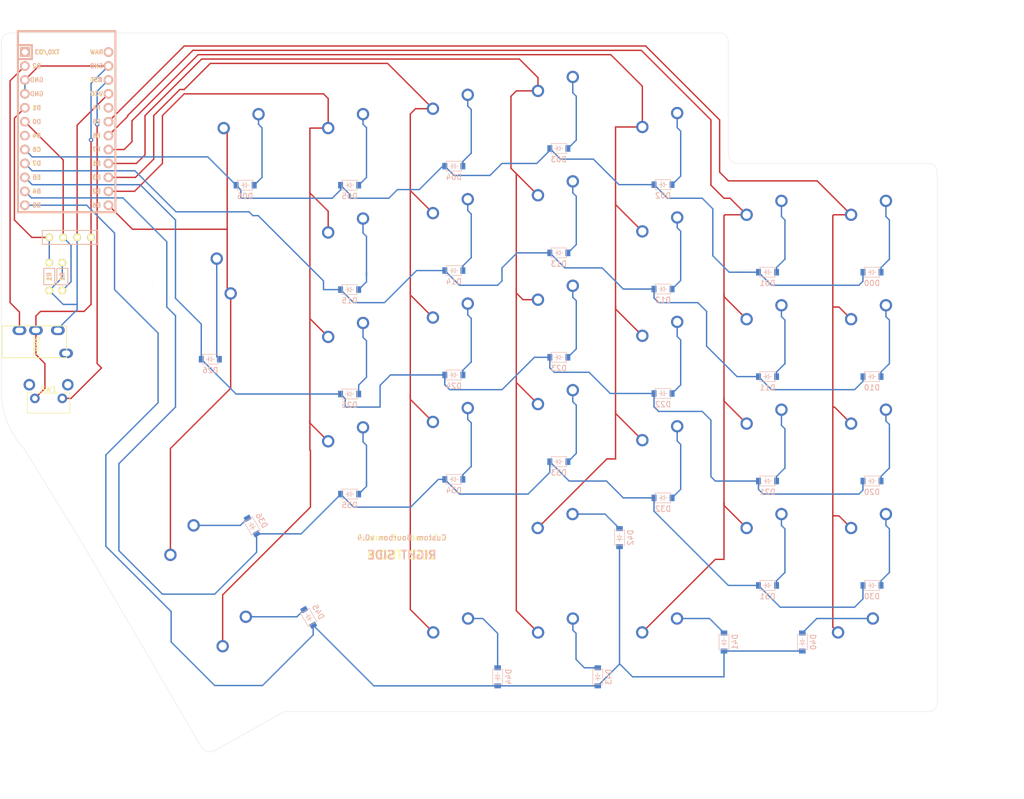
<source format=kicad_pcb>
(kicad_pcb (version 20171130) (host pcbnew 5.1.10)
  (layers (0 F.Cu signal) (31 B.Cu signal) (34 B.Paste user) (35 F.Paste user) (36 B.SilkS user) (37 F.SilkS user) (38 B.Mask user) (39 F.Mask user) (44 Edge.Cuts user))
  (net 0 "")
  (net 1 "Net-(D00-Pad2)")
  (net 2 row0)
  (net 3 "Net-(D01-Pad2)")
  (net 4 "Net-(D02-Pad2)")
  (net 5 "Net-(D03-Pad2)")
  (net 6 "Net-(D04-Pad2)")
  (net 7 "Net-(D05-Pad2)")
  (net 8 "Net-(D06-Pad2)")
  (net 9 "Net-(D10-Pad2)")
  (net 10 row1)
  (net 11 "Net-(D11-Pad2)")
  (net 12 "Net-(D12-Pad2)")
  (net 13 "Net-(D13-Pad2)")
  (net 14 "Net-(D14-Pad2)")
  (net 15 "Net-(D15-Pad2)")
  (net 16 "Net-(D20-Pad2)")
  (net 17 row2)
  (net 18 "Net-(D21-Pad2)")
  (net 19 "Net-(D22-Pad2)")
  (net 20 "Net-(D23-Pad2)")
  (net 21 "Net-(D24-Pad2)")
  (net 22 "Net-(D25-Pad2)")
  (net 23 "Net-(D26-Pad2)")
  (net 24 "Net-(D30-Pad2)")
  (net 25 row3)
  (net 26 "Net-(D31-Pad2)")
  (net 27 "Net-(D32-Pad2)")
  (net 28 "Net-(D33-Pad2)")
  (net 29 "Net-(D34-Pad2)")
  (net 30 "Net-(D35-Pad2)")
  (net 31 "Net-(D36-Pad2)")
  (net 32 "Net-(D40-Pad2)")
  (net 33 row4)
  (net 34 "Net-(D41-Pad2)")
  (net 35 "Net-(D42-Pad2)")
  (net 36 "Net-(D43-Pad2)")
  (net 37 "Net-(D44-Pad2)")
  (net 38 "Net-(D45-Pad2)")
  (net 39 col0)
  (net 40 col1)
  (net 41 col2)
  (net 42 col3)
  (net 43 col4)
  (net 44 col5)
  (net 45 col6)
  (net 46 VCC)
  (net 47 SDA)
  (net 48 SCL)
  (net 49 GND)
  (net 50 RESET)
  (net 51 "Net-(U1-Pad24)")
  (net 52 "Net-(U1-Pad20)")
  (net 53 "Net-(U1-Pad7)")
  (net 54 DATA)
  (net 55 "Net-(U1-Pad1)")
  (net 56 "Net-(TRRS1-PadA)")
  (module kbd:MJ-4PP-9_1side (layer F.Cu) (at -186.53125 80.16875 90)
    (fp_text reference TRRS1)
    (fp_text value MJ-4PP-9 hide)
    (fp_text user TRRS (at -0.75 6.45 90) (layer F.SilkS))
    (pad A thru_hole oval (at -2.1 11.8 90) (size 1.7 2.5) (drill oval 1 1.5) (layers *.Cu B.Mask) (net 56 "Net-(TRRS1-PadA)") (clearance 0.15))
    (pad D thru_hole oval (at 2.1 10.3 90) (size 1.7 2.5) (drill oval 1 1.5) (layers *.Cu B.Mask) (net 46 VCC) (clearance 0.15))
    (pad C thru_hole oval (at 2.1 6.3 90) (size 1.7 2.5) (drill oval 1 1.5) (layers *.Cu B.Mask) (net 49 GND))
    (pad B thru_hole oval (at 2.1 3.3 90) (size 1.7 2.5) (drill oval 1 1.5) (layers *.Cu B.Mask) (net 54 DATA))
    (pad "" np_thru_hole circle (at 0 8.5 90) (size 1.2 1.2) (drill 1.2) (layers *.Cu *.Mask))
    (pad "" np_thru_hole circle (at 0 1.5 90) (size 1.2 1.2) (drill 1.2) (layers *.Cu *.Mask))
  )
  (module Keebio-Parts:SW_Tactile_SPST_Angled_MJTP1117 (layer F.Cu) (at -175.41875 90.4875 180)
    (fp_text reference SW1 (at 2.5 1.68) (layer F.SilkS))
    (fp_text value SW_Push)
    (pad "" np_thru_hole circle (at 2.5 -1.21 180) (size 1.2 1.2) (drill 1.2) (layers *.Cu *.Mask))
    (pad "" thru_hole circle (at -1 2.49 180) (size 2.1 2.1) (drill 1.3) (layers *.Cu *.Mask))
    (pad 1 thru_hole circle (at 0 0 180) (size 1.75 1.75) (drill 0.99) (layers *.Cu *.Mask) (net 50 RESET))
    (pad 2 thru_hole circle (at 5 0 180) (size 1.75 1.75) (drill 0.99) (layers *.Cu *.Mask) (net 49 GND))
    (pad "" thru_hole circle (at 6.01 2.49 180) (size 2.1 2.1) (drill 1.3) (layers *.Cu *.Mask))
  )
  (module Lily58-footprint:HOLE_M2 (layer F.Cu) (at -160 69.85)
    (fp_text reference H2 hide)
    (fp_text value Hole hide)
    (pad "" np_thru_hole circle (at 0 0) (size 2.2 2.2) (drill 2.2) (layers *.Cu *.Mask F.SilkS) (clearance 0.8))
  )
  (module Lily58-footprint:HOLE_M2 (layer F.Cu) (at -181.75 69.85)
    (fp_text reference H1 hide)
    (fp_text value Hole hide)
    (pad "" np_thru_hole circle (at 0 0) (size 2.2 2.2) (drill 2.2) (layers *.Cu *.Mask F.SilkS) (clearance 0.8))
  )
  (module MX_Only:MXOnly-1U-NoLED (layer F.Cu) (at -104.03 78.2775)
    (fp_text reference MX24)
    (fp_text value MX-NoLED)
    (pad 2 thru_hole circle (at 2.54 -5.08) (size 2.25 2.25) (drill 1.47) (layers *.Cu B.Mask) (net 21 "Net-(D24-Pad2)"))
    (pad "" np_thru_hole circle (at 0 0) (size 3.9878 3.9878) (drill 3.9878) (layers *.Cu *.Mask))
    (pad 1 thru_hole circle (at -3.81 -2.54) (size 2.25 2.25) (drill 1.47) (layers *.Cu B.Mask) (net 43 col4))
    (pad "" np_thru_hole circle (at -5.08 0 48.0996) (size 1.75 1.75) (drill 1.75) (layers *.Cu *.Mask))
    (pad "" np_thru_hole circle (at 5.08 0 48.0996) (size 1.75 1.75) (drill 1.75) (layers *.Cu *.Mask))
  )
  (module MX_Only:MXOnly-1U-NoLED (layer F.Cu) (at -103.975 135.73125)
    (fp_text reference MX44)
    (fp_text value MX-NoLED)
    (pad 2 thru_hole circle (at 2.54 -5.08) (size 2.25 2.25) (drill 1.47) (layers *.Cu B.Mask) (net 37 "Net-(D44-Pad2)"))
    (pad "" np_thru_hole circle (at 0 0) (size 3.9878 3.9878) (drill 3.9878) (layers *.Cu *.Mask))
    (pad 1 thru_hole circle (at -3.81 -2.54) (size 2.25 2.25) (drill 1.47) (layers *.Cu B.Mask) (net 43 col4))
    (pad "" np_thru_hole circle (at -5.08 0 48.0996) (size 1.75 1.75) (drill 1.75) (layers *.Cu *.Mask))
    (pad "" np_thru_hole circle (at 5.08 0 48.0996) (size 1.75 1.75) (drill 1.75) (layers *.Cu *.Mask))
  )
  (module MX_Only:MXOnly-1U-NoLED (layer F.Cu) (at -84.925 116.68125)
    (fp_text reference MX42)
    (fp_text value MX-NoLED)
    (pad 2 thru_hole circle (at 2.54 -5.08) (size 2.25 2.25) (drill 1.47) (layers *.Cu B.Mask) (net 35 "Net-(D42-Pad2)"))
    (pad "" np_thru_hole circle (at 0 0) (size 3.9878 3.9878) (drill 3.9878) (layers *.Cu *.Mask))
    (pad 1 thru_hole circle (at -3.81 -2.54) (size 2.25 2.25) (drill 1.47) (layers *.Cu B.Mask) (net 41 col2))
    (pad "" np_thru_hole circle (at -5.08 0 48.0996) (size 1.75 1.75) (drill 1.75) (layers *.Cu *.Mask))
    (pad "" np_thru_hole circle (at 5.08 0 48.0996) (size 1.75 1.75) (drill 1.75) (layers *.Cu *.Mask))
  )
  (module MX_Only:MXOnly-1U-NoLED (layer F.Cu) (at -65.875 135.73125)
    (fp_text reference MX41)
    (fp_text value MX-NoLED)
    (pad 2 thru_hole circle (at 2.54 -5.08) (size 2.25 2.25) (drill 1.47) (layers *.Cu B.Mask) (net 34 "Net-(D41-Pad2)"))
    (pad "" np_thru_hole circle (at 0 0) (size 3.9878 3.9878) (drill 3.9878) (layers *.Cu *.Mask))
    (pad 1 thru_hole circle (at -3.81 -2.54) (size 2.25 2.25) (drill 1.47) (layers *.Cu B.Mask) (net 40 col1))
    (pad "" np_thru_hole circle (at -5.08 0 48.0996) (size 1.75 1.75) (drill 1.75) (layers *.Cu *.Mask))
    (pad "" np_thru_hole circle (at 5.08 0 48.0996) (size 1.75 1.75) (drill 1.75) (layers *.Cu *.Mask))
  )
  (module MX_Only:MXOnly-1U-NoLED (layer F.Cu) (at -65.84375 100.658)
    (fp_text reference MX32)
    (fp_text value MX-NoLED)
    (pad 2 thru_hole circle (at 2.54 -5.08) (size 2.25 2.25) (drill 1.47) (layers *.Cu B.Mask) (net 27 "Net-(D32-Pad2)"))
    (pad "" np_thru_hole circle (at 0 0) (size 3.9878 3.9878) (drill 3.9878) (layers *.Cu *.Mask))
    (pad 1 thru_hole circle (at -3.81 -2.54) (size 2.25 2.25) (drill 1.47) (layers *.Cu B.Mask) (net 41 col2))
    (pad "" np_thru_hole circle (at -5.08 0 48.0996) (size 1.75 1.75) (drill 1.75) (layers *.Cu *.Mask))
    (pad "" np_thru_hole circle (at 5.08 0 48.0996) (size 1.75 1.75) (drill 1.75) (layers *.Cu *.Mask))
  )
  (module MX_Only:MXOnly-1U-NoLED (layer F.Cu) (at -65.84375 81.608)
    (fp_text reference MX22)
    (fp_text value MX-NoLED)
    (pad 2 thru_hole circle (at 2.54 -5.08) (size 2.25 2.25) (drill 1.47) (layers *.Cu B.Mask) (net 19 "Net-(D22-Pad2)"))
    (pad "" np_thru_hole circle (at 0 0) (size 3.9878 3.9878) (drill 3.9878) (layers *.Cu *.Mask))
    (pad 1 thru_hole circle (at -3.81 -2.54) (size 2.25 2.25) (drill 1.47) (layers *.Cu B.Mask) (net 41 col2))
    (pad "" np_thru_hole circle (at -5.08 0 48.0996) (size 1.75 1.75) (drill 1.75) (layers *.Cu *.Mask))
    (pad "" np_thru_hole circle (at 5.08 0 48.0996) (size 1.75 1.75) (drill 1.75) (layers *.Cu *.Mask))
  )
  (module MX_Only:MXOnly-1U-NoLED (layer F.Cu) (at -65.84375 43.508)
    (fp_text reference MX02)
    (fp_text value MX-NoLED)
    (pad 2 thru_hole circle (at 2.54 -5.08) (size 2.25 2.25) (drill 1.47) (layers *.Cu B.Mask) (net 4 "Net-(D02-Pad2)"))
    (pad "" np_thru_hole circle (at 0 0) (size 3.9878 3.9878) (drill 3.9878) (layers *.Cu *.Mask))
    (pad 1 thru_hole circle (at -3.81 -2.54) (size 2.25 2.25) (drill 1.47) (layers *.Cu B.Mask) (net 41 col2))
    (pad "" np_thru_hole circle (at -5.08 0 48.0996) (size 1.75 1.75) (drill 1.75) (layers *.Cu *.Mask))
    (pad "" np_thru_hole circle (at 5.08 0 48.0996) (size 1.75 1.75) (drill 1.75) (layers *.Cu *.Mask))
  )
  (module MX_Only:MXOnly-1U-NoLED (layer F.Cu) (at -27.78125 116.68125)
    (fp_text reference MX30)
    (fp_text value MX-NoLED)
    (pad 2 thru_hole circle (at 2.54 -5.08) (size 2.25 2.25) (drill 1.47) (layers *.Cu B.Mask) (net 24 "Net-(D30-Pad2)"))
    (pad "" np_thru_hole circle (at 0 0) (size 3.9878 3.9878) (drill 3.9878) (layers *.Cu *.Mask))
    (pad 1 thru_hole circle (at -3.81 -2.54) (size 2.25 2.25) (drill 1.47) (layers *.Cu B.Mask) (net 39 col0))
    (pad "" np_thru_hole circle (at -5.08 0 48.0996) (size 1.75 1.75) (drill 1.75) (layers *.Cu *.Mask))
    (pad "" np_thru_hole circle (at 5.08 0 48.0996) (size 1.75 1.75) (drill 1.75) (layers *.Cu *.Mask))
  )
  (module MX_Only:MXOnly-1.25U-NoLED (layer F.Cu) (at -30.1625 135.73125)
    (fp_text reference MX40)
    (fp_text value MX-NoLED)
    (pad 2 thru_hole circle (at 2.54 -5.08) (size 2.25 2.25) (drill 1.47) (layers *.Cu B.Mask) (net 32 "Net-(D40-Pad2)"))
    (pad "" np_thru_hole circle (at 0 0) (size 3.9878 3.9878) (drill 3.9878) (layers *.Cu *.Mask))
    (pad 1 thru_hole circle (at -3.81 -2.54) (size 2.25 2.25) (drill 1.47) (layers *.Cu B.Mask) (net 39 col0))
    (pad "" np_thru_hole circle (at -5.08 0 48.0996) (size 1.75 1.75) (drill 1.75) (layers *.Cu *.Mask))
    (pad "" np_thru_hole circle (at 5.08 0 48.0996) (size 1.75 1.75) (drill 1.75) (layers *.Cu *.Mask))
  )
  (module kbd:D_SOD-123 (layer B.Cu) (at -130.5 130.44375 120)
    (fp_text reference D45 (at 0 2 120) (layer B.SilkS) (effects (justify mirror)))
    (fp_text value D_Small)
    (pad 2 smd rect (at 1.65 0 120) (size 0.9 1.2) (layers B.Cu B.Paste B.Mask) (net 38 "Net-(D45-Pad2)"))
    (pad 1 smd rect (at -1.65 0 120) (size 0.9 1.2) (layers B.Cu B.Paste B.Mask) (net 33 row4))
  )
  (module kbd:D_SOD-123 (layer B.Cu) (at -96.04375 141.2875 90)
    (fp_text reference D44 (at 0 2 90) (layer B.SilkS) (effects (justify mirror)))
    (fp_text value D_Small)
    (pad 2 smd rect (at 1.65 0 90) (size 0.9 1.2) (layers B.Cu B.Paste B.Mask) (net 37 "Net-(D44-Pad2)"))
    (pad 1 smd rect (at -1.65 0 90) (size 0.9 1.2) (layers B.Cu B.Paste B.Mask) (net 33 row4))
  )
  (module kbd:D_SOD-123 (layer B.Cu) (at -77.7875 141.2875 90)
    (fp_text reference D43 (at 0 2 90) (layer B.SilkS) (effects (justify mirror)))
    (fp_text value D_Small)
    (pad 2 smd rect (at 1.65 0 90) (size 0.9 1.2) (layers B.Cu B.Paste B.Mask) (net 36 "Net-(D43-Pad2)"))
    (pad 1 smd rect (at -1.65 0 90) (size 0.9 1.2) (layers B.Cu B.Paste B.Mask) (net 33 row4))
  )
  (module kbd:D_SOD-123 (layer B.Cu) (at -73.81875 115.8875 90)
    (fp_text reference D42 (at 0 2 90) (layer B.SilkS) (effects (justify mirror)))
    (fp_text value D_Small)
    (pad 2 smd rect (at 1.65 0 90) (size 0.9 1.2) (layers B.Cu B.Paste B.Mask) (net 35 "Net-(D42-Pad2)"))
    (pad 1 smd rect (at -1.65 0 90) (size 0.9 1.2) (layers B.Cu B.Paste B.Mask) (net 33 row4))
  )
  (module kbd:D_SOD-123 (layer B.Cu) (at -54.76875 134.9375 90)
    (fp_text reference D41 (at 0 2 90) (layer B.SilkS) (effects (justify mirror)))
    (fp_text value D_Small)
    (pad 2 smd rect (at 1.65 0 90) (size 0.9 1.2) (layers B.Cu B.Paste B.Mask) (net 34 "Net-(D41-Pad2)"))
    (pad 1 smd rect (at -1.65 0 90) (size 0.9 1.2) (layers B.Cu B.Paste B.Mask) (net 33 row4))
  )
  (module kbd:D_SOD-123 (layer B.Cu) (at -40.48125 134.9375 90)
    (fp_text reference D40 (at 0 2 90) (layer B.SilkS) (effects (justify mirror)))
    (fp_text value D_Small)
    (pad 2 smd rect (at 1.65 0 90) (size 0.9 1.2) (layers B.Cu B.Paste B.Mask) (net 32 "Net-(D40-Pad2)"))
    (pad 1 smd rect (at -1.65 0 90) (size 0.9 1.2) (layers B.Cu B.Paste B.Mask) (net 33 row4))
  )
  (module kbd:D_SOD-123 (layer B.Cu) (at -140.81875 113.775 120)
    (fp_text reference D36 (at 0 2 120) (layer B.SilkS) (effects (justify mirror)))
    (fp_text value D_Small)
    (pad 2 smd rect (at 1.65 0 120) (size 0.9 1.2) (layers B.Cu B.Paste B.Mask) (net 31 "Net-(D36-Pad2)"))
    (pad 1 smd rect (at -1.65 0 120) (size 0.9 1.2) (layers B.Cu B.Paste B.Mask) (net 25 row3))
  )
  (module kbd:D_SOD-123 (layer B.Cu) (at -123.03125 107.95)
    (fp_text reference D35 (at 0 2) (layer B.SilkS) (effects (justify mirror)))
    (fp_text value D_Small)
    (pad 2 smd rect (at 1.65 0) (size 0.9 1.2) (layers B.Cu B.Paste B.Mask) (net 30 "Net-(D35-Pad2)"))
    (pad 1 smd rect (at -1.65 0) (size 0.9 1.2) (layers B.Cu B.Paste B.Mask) (net 25 row3))
  )
  (module kbd:D_SOD-123 (layer B.Cu) (at -104.03 105.265)
    (fp_text reference D34 (at 0 2) (layer B.SilkS) (effects (justify mirror)))
    (fp_text value D_Small)
    (pad 2 smd rect (at 1.65 0) (size 0.9 1.2) (layers B.Cu B.Paste B.Mask) (net 29 "Net-(D34-Pad2)"))
    (pad 1 smd rect (at -1.65 0) (size 0.9 1.2) (layers B.Cu B.Paste B.Mask) (net 25 row3))
  )
  (module kbd:D_SOD-123 (layer B.Cu) (at -84.88 102.04)
    (fp_text reference D33 (at 0 2) (layer B.SilkS) (effects (justify mirror)))
    (fp_text value D_Small)
    (pad 2 smd rect (at 1.65 0) (size 0.9 1.2) (layers B.Cu B.Paste B.Mask) (net 28 "Net-(D33-Pad2)"))
    (pad 1 smd rect (at -1.65 0) (size 0.9 1.2) (layers B.Cu B.Paste B.Mask) (net 25 row3))
  )
  (module kbd:D_SOD-123 (layer B.Cu) (at -65.88 108.64)
    (fp_text reference D32 (at 0 2) (layer B.SilkS) (effects (justify mirror)))
    (fp_text value D_Small)
    (pad 2 smd rect (at 1.65 0) (size 0.9 1.2) (layers B.Cu B.Paste B.Mask) (net 27 "Net-(D32-Pad2)"))
    (pad 1 smd rect (at -1.65 0) (size 0.9 1.2) (layers B.Cu B.Paste B.Mask) (net 25 row3))
  )
  (module kbd:D_SOD-123 (layer B.Cu) (at -46.83125 124.61875)
    (fp_text reference D31 (at 0 2) (layer B.SilkS) (effects (justify mirror)))
    (fp_text value D_Small)
    (pad 2 smd rect (at 1.65 0) (size 0.9 1.2) (layers B.Cu B.Paste B.Mask) (net 26 "Net-(D31-Pad2)"))
    (pad 1 smd rect (at -1.65 0) (size 0.9 1.2) (layers B.Cu B.Paste B.Mask) (net 25 row3))
  )
  (module kbd:D_SOD-123 (layer B.Cu) (at -27.78125 124.61875)
    (fp_text reference D30 (at 0 2) (layer B.SilkS) (effects (justify mirror)))
    (fp_text value D_Small)
    (pad 2 smd rect (at 1.65 0) (size 0.9 1.2) (layers B.Cu B.Paste B.Mask) (net 24 "Net-(D30-Pad2)"))
    (pad 1 smd rect (at -1.65 0) (size 0.9 1.2) (layers B.Cu B.Paste B.Mask) (net 25 row3))
  )
  (module kbd:D_SOD-123 (layer B.Cu) (at -148.43125 83.34375)
    (fp_text reference D26 (at 0 2) (layer B.SilkS) (effects (justify mirror)))
    (fp_text value D_Small)
    (pad 2 smd rect (at 1.65 0) (size 0.9 1.2) (layers B.Cu B.Paste B.Mask) (net 23 "Net-(D26-Pad2)"))
    (pad 1 smd rect (at -1.65 0) (size 0.9 1.2) (layers B.Cu B.Paste B.Mask) (net 17 row2))
  )
  (module kbd:D_SOD-123 (layer B.Cu) (at -123.03125 89.69375)
    (fp_text reference D25 (at 0 2) (layer B.SilkS) (effects (justify mirror)))
    (fp_text value D_Small)
    (pad 2 smd rect (at 1.65 0) (size 0.9 1.2) (layers B.Cu B.Paste B.Mask) (net 22 "Net-(D25-Pad2)"))
    (pad 1 smd rect (at -1.65 0) (size 0.9 1.2) (layers B.Cu B.Paste B.Mask) (net 17 row2))
  )
  (module kbd:D_SOD-123 (layer B.Cu) (at -104.03 86.215)
    (fp_text reference D24 (at 0 2) (layer B.SilkS) (effects (justify mirror)))
    (fp_text value D_Small)
    (pad 2 smd rect (at 1.65 0) (size 0.9 1.2) (layers B.Cu B.Paste B.Mask) (net 21 "Net-(D24-Pad2)"))
    (pad 1 smd rect (at -1.65 0) (size 0.9 1.2) (layers B.Cu B.Paste B.Mask) (net 17 row2))
  )
  (module kbd:D_SOD-123 (layer B.Cu) (at -84.88 82.99)
    (fp_text reference D23 (at 0 2) (layer B.SilkS) (effects (justify mirror)))
    (fp_text value D_Small)
    (pad 2 smd rect (at 1.65 0) (size 0.9 1.2) (layers B.Cu B.Paste B.Mask) (net 20 "Net-(D23-Pad2)"))
    (pad 1 smd rect (at -1.65 0) (size 0.9 1.2) (layers B.Cu B.Paste B.Mask) (net 17 row2))
  )
  (module kbd:D_SOD-123 (layer B.Cu) (at -65.88 89.59)
    (fp_text reference D22 (at 0 2) (layer B.SilkS) (effects (justify mirror)))
    (fp_text value D_Small)
    (pad 2 smd rect (at 1.65 0) (size 0.9 1.2) (layers B.Cu B.Paste B.Mask) (net 19 "Net-(D22-Pad2)"))
    (pad 1 smd rect (at -1.65 0) (size 0.9 1.2) (layers B.Cu B.Paste B.Mask) (net 17 row2))
  )
  (module kbd:D_SOD-123 (layer B.Cu) (at -46.83125 105.56875)
    (fp_text reference D21 (at 0 2) (layer B.SilkS) (effects (justify mirror)))
    (fp_text value D_Small)
    (pad 2 smd rect (at 1.65 0) (size 0.9 1.2) (layers B.Cu B.Paste B.Mask) (net 18 "Net-(D21-Pad2)"))
    (pad 1 smd rect (at -1.65 0) (size 0.9 1.2) (layers B.Cu B.Paste B.Mask) (net 17 row2))
  )
  (module kbd:D_SOD-123 (layer B.Cu) (at -27.78125 105.56875)
    (fp_text reference D20 (at 0 2) (layer B.SilkS) (effects (justify mirror)))
    (fp_text value D_Small)
    (pad 2 smd rect (at 1.65 0) (size 0.9 1.2) (layers B.Cu B.Paste B.Mask) (net 16 "Net-(D20-Pad2)"))
    (pad 1 smd rect (at -1.65 0) (size 0.9 1.2) (layers B.Cu B.Paste B.Mask) (net 17 row2))
  )
  (module kbd:D_SOD-123 (layer B.Cu) (at -123.03125 70.64375)
    (fp_text reference D15 (at 0 2) (layer B.SilkS) (effects (justify mirror)))
    (fp_text value D_Small)
    (pad 2 smd rect (at 1.65 0) (size 0.9 1.2) (layers B.Cu B.Paste B.Mask) (net 15 "Net-(D15-Pad2)"))
    (pad 1 smd rect (at -1.65 0) (size 0.9 1.2) (layers B.Cu B.Paste B.Mask) (net 10 row1))
  )
  (module kbd:D_SOD-123 (layer B.Cu) (at -104.03 67.165)
    (fp_text reference D14 (at 0 2) (layer B.SilkS) (effects (justify mirror)))
    (fp_text value D_Small)
    (pad 2 smd rect (at 1.65 0) (size 0.9 1.2) (layers B.Cu B.Paste B.Mask) (net 14 "Net-(D14-Pad2)"))
    (pad 1 smd rect (at -1.65 0) (size 0.9 1.2) (layers B.Cu B.Paste B.Mask) (net 10 row1))
  )
  (module kbd:D_SOD-123 (layer B.Cu) (at -84.88 63.94)
    (fp_text reference D13 (at 0 2) (layer B.SilkS) (effects (justify mirror)))
    (fp_text value D_Small)
    (pad 2 smd rect (at 1.65 0) (size 0.9 1.2) (layers B.Cu B.Paste B.Mask) (net 13 "Net-(D13-Pad2)"))
    (pad 1 smd rect (at -1.65 0) (size 0.9 1.2) (layers B.Cu B.Paste B.Mask) (net 10 row1))
  )
  (module kbd:D_SOD-123 (layer B.Cu) (at -65.88 70.54)
    (fp_text reference D12 (at 0 2) (layer B.SilkS) (effects (justify mirror)))
    (fp_text value D_Small)
    (pad 2 smd rect (at 1.65 0) (size 0.9 1.2) (layers B.Cu B.Paste B.Mask) (net 12 "Net-(D12-Pad2)"))
    (pad 1 smd rect (at -1.65 0) (size 0.9 1.2) (layers B.Cu B.Paste B.Mask) (net 10 row1))
  )
  (module kbd:D_SOD-123 (layer B.Cu) (at -46.83125 86.51875)
    (fp_text reference D11 (at 0 2) (layer B.SilkS) (effects (justify mirror)))
    (fp_text value D_Small)
    (pad 2 smd rect (at 1.65 0) (size 0.9 1.2) (layers B.Cu B.Paste B.Mask) (net 11 "Net-(D11-Pad2)"))
    (pad 1 smd rect (at -1.65 0) (size 0.9 1.2) (layers B.Cu B.Paste B.Mask) (net 10 row1))
  )
  (module kbd:D_SOD-123 (layer B.Cu) (at -27.78125 86.51875)
    (fp_text reference D10 (at 0 2) (layer B.SilkS) (effects (justify mirror)))
    (fp_text value D_Small)
    (pad 2 smd rect (at 1.65 0) (size 0.9 1.2) (layers B.Cu B.Paste B.Mask) (net 9 "Net-(D10-Pad2)"))
    (pad 1 smd rect (at -1.65 0) (size 0.9 1.2) (layers B.Cu B.Paste B.Mask) (net 10 row1))
  )
  (module kbd:D_SOD-123 (layer B.Cu) (at -142.08125 51.59375)
    (fp_text reference D06 (at 0 2) (layer B.SilkS) (effects (justify mirror)))
    (fp_text value D_Small)
    (pad 2 smd rect (at 1.65 0) (size 0.9 1.2) (layers B.Cu B.Paste B.Mask) (net 8 "Net-(D06-Pad2)"))
    (pad 1 smd rect (at -1.65 0) (size 0.9 1.2) (layers B.Cu B.Paste B.Mask) (net 2 row0))
  )
  (module kbd:D_SOD-123 (layer B.Cu) (at -123.03125 51.59375)
    (fp_text reference D05 (at 0 2) (layer B.SilkS) (effects (justify mirror)))
    (fp_text value D_Small)
    (pad 2 smd rect (at 1.65 0) (size 0.9 1.2) (layers B.Cu B.Paste B.Mask) (net 7 "Net-(D05-Pad2)"))
    (pad 1 smd rect (at -1.65 0) (size 0.9 1.2) (layers B.Cu B.Paste B.Mask) (net 2 row0))
  )
  (module kbd:D_SOD-123 (layer B.Cu) (at -104.03 48.115)
    (fp_text reference D04 (at 0 2) (layer B.SilkS) (effects (justify mirror)))
    (fp_text value D_Small)
    (pad 2 smd rect (at 1.65 0) (size 0.9 1.2) (layers B.Cu B.Paste B.Mask) (net 6 "Net-(D04-Pad2)"))
    (pad 1 smd rect (at -1.65 0) (size 0.9 1.2) (layers B.Cu B.Paste B.Mask) (net 2 row0))
  )
  (module kbd:D_SOD-123 (layer B.Cu) (at -84.88 44.89)
    (fp_text reference D03 (at 0 2) (layer B.SilkS) (effects (justify mirror)))
    (fp_text value D_Small)
    (pad 2 smd rect (at 1.65 0) (size 0.9 1.2) (layers B.Cu B.Paste B.Mask) (net 5 "Net-(D03-Pad2)"))
    (pad 1 smd rect (at -1.65 0) (size 0.9 1.2) (layers B.Cu B.Paste B.Mask) (net 2 row0))
  )
  (module kbd:D_SOD-123 (layer B.Cu) (at -65.88 51.49)
    (fp_text reference D02 (at 0 2) (layer B.SilkS) (effects (justify mirror)))
    (fp_text value D_Small)
    (pad 2 smd rect (at 1.65 0) (size 0.9 1.2) (layers B.Cu B.Paste B.Mask) (net 4 "Net-(D02-Pad2)"))
    (pad 1 smd rect (at -1.65 0) (size 0.9 1.2) (layers B.Cu B.Paste B.Mask) (net 2 row0))
  )
  (module kbd:D_SOD-123 (layer B.Cu) (at -46.83125 67.46875)
    (fp_text reference D01 (at 0 2) (layer B.SilkS) (effects (justify mirror)))
    (fp_text value D_Small)
    (pad 2 smd rect (at 1.65 0) (size 0.9 1.2) (layers B.Cu B.Paste B.Mask) (net 3 "Net-(D01-Pad2)"))
    (pad 1 smd rect (at -1.65 0) (size 0.9 1.2) (layers B.Cu B.Paste B.Mask) (net 2 row0))
  )
  (module kbd:D_SOD-123 (layer B.Cu) (at -27.78125 67.46875)
    (fp_text reference D00 (at 0 2) (layer B.SilkS) (effects (justify mirror)))
    (fp_text value D_Small)
    (pad 2 smd rect (at 1.65 0) (size 0.9 1.2) (layers B.Cu B.Paste B.Mask) (net 1 "Net-(D00-Pad2)"))
    (pad 1 smd rect (at -1.65 0) (size 0.9 1.2) (layers B.Cu B.Paste B.Mask) (net 2 row0))
  )
  (module MX_Only:MXOnly-1.5U-NoLED (layer F.Cu) (at -142.18 67.531 90)
    (fp_text reference MX26)
    (fp_text value MX-NoLED)
    (pad 2 thru_hole circle (at 2.54 -5.08 90) (size 2.25 2.25) (drill 1.47) (layers *.Cu B.Mask) (net 23 "Net-(D26-Pad2)"))
    (pad "" np_thru_hole circle (at 0 0 90) (size 3.9878 3.9878) (drill 3.9878) (layers *.Cu *.Mask))
    (pad 1 thru_hole circle (at -3.81 -2.54 90) (size 2.25 2.25) (drill 1.47) (layers *.Cu B.Mask) (net 45 col6))
    (pad "" np_thru_hole circle (at -5.08 0 138.0996) (size 1.75 1.75) (drill 1.75) (layers *.Cu *.Mask))
    (pad "" np_thru_hole circle (at 5.08 0 138.0996) (size 1.75 1.75) (drill 1.75) (layers *.Cu *.Mask))
  )
  (module MX_Only:MXOnly-1U-NoLED (layer F.Cu) (at -123.13 62.756)
    (fp_text reference MX15)
    (fp_text value MX-NoLED)
    (pad 2 thru_hole circle (at 2.54 -5.08) (size 2.25 2.25) (drill 1.47) (layers *.Cu B.Mask) (net 15 "Net-(D15-Pad2)"))
    (pad "" np_thru_hole circle (at 0 0) (size 3.9878 3.9878) (drill 3.9878) (layers *.Cu *.Mask))
    (pad 1 thru_hole circle (at -3.81 -2.54) (size 2.25 2.25) (drill 1.47) (layers *.Cu B.Mask) (net 44 col5))
    (pad "" np_thru_hole circle (at -5.08 0 48.0996) (size 1.75 1.75) (drill 1.75) (layers *.Cu *.Mask))
    (pad "" np_thru_hole circle (at 5.08 0 48.0996) (size 1.75 1.75) (drill 1.75) (layers *.Cu *.Mask))
  )
  (module MX_Only:MXOnly-1U-NoLED (layer F.Cu) (at -65.84375 62.558)
    (fp_text reference MX12)
    (fp_text value MX-NoLED)
    (pad 2 thru_hole circle (at 2.54 -5.08) (size 2.25 2.25) (drill 1.47) (layers *.Cu B.Mask) (net 12 "Net-(D12-Pad2)"))
    (pad "" np_thru_hole circle (at 0 0) (size 3.9878 3.9878) (drill 3.9878) (layers *.Cu *.Mask))
    (pad 1 thru_hole circle (at -3.81 -2.54) (size 2.25 2.25) (drill 1.47) (layers *.Cu B.Mask) (net 41 col2))
    (pad "" np_thru_hole circle (at -5.08 0 48.0996) (size 1.75 1.75) (drill 1.75) (layers *.Cu *.Mask))
    (pad "" np_thru_hole circle (at 5.08 0 48.0996) (size 1.75 1.75) (drill 1.75) (layers *.Cu *.Mask))
  )
  (module MX_Only:MXOnly-1U-NoLED (layer F.Cu) (at -123.13 43.706)
    (fp_text reference MX05)
    (fp_text value MX-NoLED)
    (pad 2 thru_hole circle (at 2.54 -5.08) (size 2.25 2.25) (drill 1.47) (layers *.Cu B.Mask) (net 7 "Net-(D05-Pad2)"))
    (pad "" np_thru_hole circle (at 0 0) (size 3.9878 3.9878) (drill 3.9878) (layers *.Cu *.Mask))
    (pad 1 thru_hole circle (at -3.81 -2.54) (size 2.25 2.25) (drill 1.47) (layers *.Cu B.Mask) (net 44 col5))
    (pad "" np_thru_hole circle (at -5.08 0 48.0996) (size 1.75 1.75) (drill 1.75) (layers *.Cu *.Mask))
    (pad "" np_thru_hole circle (at 5.08 0 48.0996) (size 1.75 1.75) (drill 1.75) (layers *.Cu *.Mask))
  )
  (module Lily58-footprint:RESISTOR_mini (layer F.Cu) (at -177.8 68.2625 270)
    (fp_text reference R2 (at 0 0 90) (layer F.SilkS) (effects (font (size 0.8 0.8))))
    (fp_text value 4.7k hide)
    (fp_text user R1 (at 0 0 90) (layer B.SilkS) (effects (font (size 0.8 0.8)) (justify mirror)))
    (pad 2 thru_hole circle (at 2.54 0 270) (size 1.397 1.397) (drill 0.8128) (layers *.Cu *.Mask F.SilkS) (net 46 VCC))
    (pad 1 thru_hole circle (at -2.54 0 270) (size 1.397 1.397) (drill 0.8128) (layers *.Cu *.Mask F.SilkS) (net 47 SDA))
  )
  (module Lily58-footprint:RESISTOR_mini (layer F.Cu) (at -175.41875 68.2625 90)
    (fp_text reference R1 (at 0 0 90) (layer F.SilkS) (effects (font (size 0.8 0.8))))
    (fp_text value 4.7k hide)
    (fp_text user R1 (at 0 0 90) (layer B.SilkS) (effects (font (size 0.8 0.8)) (justify mirror)))
    (pad 2 thru_hole circle (at 2.54 0 90) (size 1.397 1.397) (drill 0.8128) (layers *.Cu *.Mask F.SilkS) (net 46 VCC))
    (pad 1 thru_hole circle (at -2.54 0 90) (size 1.397 1.397) (drill 0.8128) (layers *.Cu *.Mask F.SilkS) (net 48 SCL))
  )
  (module Lily58-footprint:OLED_4Pin (layer F.Cu) (at -177.8 61.11875)
    (fp_text reference OL1 hide)
    (fp_text value OLED hide)
    (pad 4 thru_hole circle (at 7.62 0) (size 1.397 1.397) (drill 0.8128) (layers *.Cu *.Mask F.SilkS) (net 49 GND))
    (pad 3 thru_hole circle (at 5.08 0) (size 1.397 1.397) (drill 0.8128) (layers *.Cu *.Mask F.SilkS) (net 46 VCC))
    (pad 2 thru_hole circle (at 2.54 0) (size 1.397 1.397) (drill 0.8128) (layers *.Cu *.Mask F.SilkS) (net 48 SCL))
    (pad 1 thru_hole circle (at 0 0) (size 1.397 1.397) (drill 0.8128) (layers *.Cu *.Mask F.SilkS) (net 47 SDA))
  )
  (module Keebio-Parts:ArduinoProMicro (layer F.Cu) (at -174.625 41.275 270)
    (fp_text reference U1 hide)
    (fp_text value ProMicro hide)
    (fp_text user D2 (at -11.43 5.461) (layer B.SilkS) (effects (font (size 0.8 0.8)) (justify mirror)))
    (fp_text user D0 (at -1.27 5.461) (layer B.SilkS) (effects (font (size 0.8 0.8)) (justify mirror)))
    (fp_text user D1 (at -3.81 5.461) (layer B.SilkS) (effects (font (size 0.8 0.8)) (justify mirror)))
    (fp_text user GND (at -6.35 5.461) (layer B.SilkS) (effects (font (size 0.8 0.8)) (justify mirror)))
    (fp_text user GND (at -8.89 5.461) (layer B.SilkS) (effects (font (size 0.8 0.8)) (justify mirror)))
    (fp_text user D4 (at 1.27 5.461) (layer B.SilkS) (effects (font (size 0.8 0.8)) (justify mirror)))
    (fp_text user C6 (at 3.81 5.461) (layer B.SilkS) (effects (font (size 0.8 0.8)) (justify mirror)))
    (fp_text user D7 (at 6.35 5.461) (layer B.SilkS) (effects (font (size 0.8 0.8)) (justify mirror)))
    (fp_text user E6 (at 8.89 5.461) (layer B.SilkS) (effects (font (size 0.8 0.8)) (justify mirror)))
    (fp_text user B4 (at 11.43 5.461) (layer B.SilkS) (effects (font (size 0.8 0.8)) (justify mirror)))
    (fp_text user B5 (at 13.97 5.461) (layer B.SilkS) (effects (font (size 0.8 0.8)) (justify mirror)))
    (fp_text user B6 (at 13.97 -5.461) (layer B.SilkS) (effects (font (size 0.8 0.8)) (justify mirror)))
    (fp_text user B2 (at 11.43 -5.461) (layer F.SilkS) (effects (font (size 0.8 0.8))))
    (fp_text user B3 (at 8.89 -5.461) (layer B.SilkS) (effects (font (size 0.8 0.8)) (justify mirror)))
    (fp_text user B1 (at 6.35 -5.461) (layer B.SilkS) (effects (font (size 0.8 0.8)) (justify mirror)))
    (fp_text user F7 (at 3.81 -5.461) (layer F.SilkS) (effects (font (size 0.8 0.8))))
    (fp_text user F6 (at 1.27 -5.461) (layer F.SilkS) (effects (font (size 0.8 0.8))))
    (fp_text user F5 (at -1.27 -5.461) (layer F.SilkS) (effects (font (size 0.8 0.8))))
    (fp_text user F4 (at -3.81 -5.461) (layer B.SilkS) (effects (font (size 0.8 0.8)) (justify mirror)))
    (fp_text user VCC (at -6.35 -5.461) (layer B.SilkS) (effects (font (size 0.8 0.8)) (justify mirror)))
    (fp_text user GND (at -11.43 -5.461) (layer B.SilkS) (effects (font (size 0.8 0.8)) (justify mirror)))
    (fp_text user RAW (at -13.97 -5.461) (layer B.SilkS) (effects (font (size 0.8 0.8)) (justify mirror)))
    (fp_text user RAW (at -13.97 -5.461) (layer F.SilkS) (effects (font (size 0.8 0.8))))
    (fp_text user GND (at -11.43 -5.461) (layer F.SilkS) (effects (font (size 0.8 0.8))))
    (fp_text user ST (at -8.92 -5.73312) (layer F.SilkS) (effects (font (size 0.8 0.8))))
    (fp_text user VCC (at -6.35 -5.461) (layer F.SilkS) (effects (font (size 0.8 0.8))))
    (fp_text user F4 (at -3.81 -5.461) (layer F.SilkS) (effects (font (size 0.8 0.8))))
    (fp_text user F5 (at -1.27 -5.461) (layer B.SilkS) (effects (font (size 0.8 0.8)) (justify mirror)))
    (fp_text user F6 (at 1.27 -5.461) (layer B.SilkS) (effects (font (size 0.8 0.8)) (justify mirror)))
    (fp_text user F7 (at 3.81 -5.461) (layer B.SilkS) (effects (font (size 0.8 0.8)) (justify mirror)))
    (fp_text user B1 (at 6.35 -5.461) (layer F.SilkS) (effects (font (size 0.8 0.8))))
    (fp_text user B3 (at 8.89 -5.461) (layer F.SilkS) (effects (font (size 0.8 0.8))))
    (fp_text user B2 (at 11.43 -5.461) (layer B.SilkS) (effects (font (size 0.8 0.8)) (justify mirror)))
    (fp_text user B6 (at 13.97 -5.461) (layer F.SilkS) (effects (font (size 0.8 0.8))))
    (fp_text user B5 (at 13.97 5.461) (layer F.SilkS) (effects (font (size 0.8 0.8))))
    (fp_text user B4 (at 11.43 5.461) (layer F.SilkS) (effects (font (size 0.8 0.8))))
    (fp_text user E6 (at 8.89 5.461) (layer F.SilkS) (effects (font (size 0.8 0.8))))
    (fp_text user D7 (at 6.35 5.461) (layer F.SilkS) (effects (font (size 0.8 0.8))))
    (fp_text user C6 (at 3.81 5.461) (layer F.SilkS) (effects (font (size 0.8 0.8))))
    (fp_text user D4 (at 1.27 5.461) (layer F.SilkS) (effects (font (size 0.8 0.8))))
    (fp_text user GND (at -8.89 5.461) (layer F.SilkS) (effects (font (size 0.8 0.8))))
    (fp_text user GND (at -6.35 5.461) (layer F.SilkS) (effects (font (size 0.8 0.8))))
    (fp_text user D1 (at -3.81 5.461) (layer F.SilkS) (effects (font (size 0.8 0.8))))
    (fp_text user D0 (at -1.27 5.461) (layer F.SilkS) (effects (font (size 0.8 0.8))))
    (fp_text user D2 (at -11.43 5.461) (layer F.SilkS) (effects (font (size 0.8 0.8))))
    (fp_text user TX0/D3 (at -13.97 3.571872) (layer B.SilkS) (effects (font (size 0.8 0.8)) (justify mirror)))
    (fp_text user TX0/D3 (at -13.97 3.571872) (layer F.SilkS) (effects (font (size 0.8 0.8))))
    (fp_text user ST (at -8.91 -5.04) (layer B.SilkS) (effects (font (size 0.8 0.8)) (justify mirror)))
    (pad 1 thru_hole rect (at -13.97 7.62 270) (size 1.7526 1.7526) (drill 1.0922) (layers *.Cu *.SilkS *.Mask) (net 55 "Net-(U1-Pad1)"))
    (pad 2 thru_hole circle (at -11.43 7.62 270) (size 1.7526 1.7526) (drill 1.0922) (layers *.Cu *.SilkS *.Mask) (net 54 DATA))
    (pad 3 thru_hole circle (at -8.89 7.62 270) (size 1.7526 1.7526) (drill 1.0922) (layers *.Cu *.SilkS *.Mask) (net 49 GND))
    (pad 4 thru_hole circle (at -6.35 7.62 270) (size 1.7526 1.7526) (drill 1.0922) (layers *.Cu *.SilkS *.Mask) (net 49 GND))
    (pad 5 thru_hole circle (at -3.81 7.62 270) (size 1.7526 1.7526) (drill 1.0922) (layers *.Cu *.SilkS *.Mask) (net 47 SDA))
    (pad 6 thru_hole circle (at -1.27 7.62 270) (size 1.7526 1.7526) (drill 1.0922) (layers *.Cu *.SilkS *.Mask) (net 48 SCL))
    (pad 7 thru_hole circle (at 1.27 7.62 270) (size 1.7526 1.7526) (drill 1.0922) (layers *.Cu *.SilkS *.Mask) (net 53 "Net-(U1-Pad7)"))
    (pad 8 thru_hole circle (at 3.81 7.62 270) (size 1.7526 1.7526) (drill 1.0922) (layers *.Cu *.SilkS *.Mask) (net 2 row0))
    (pad 9 thru_hole circle (at 6.35 7.62 270) (size 1.7526 1.7526) (drill 1.0922) (layers *.Cu *.SilkS *.Mask) (net 10 row1))
    (pad 10 thru_hole circle (at 8.89 7.62 270) (size 1.7526 1.7526) (drill 1.0922) (layers *.Cu *.SilkS *.Mask) (net 17 row2))
    (pad 11 thru_hole circle (at 11.43 7.62 270) (size 1.7526 1.7526) (drill 1.0922) (layers *.Cu *.SilkS *.Mask) (net 25 row3))
    (pad 13 thru_hole circle (at 13.97 -7.62 270) (size 1.7526 1.7526) (drill 1.0922) (layers *.Cu *.SilkS *.Mask) (net 45 col6))
    (pad 14 thru_hole circle (at 11.43 -7.62 270) (size 1.7526 1.7526) (drill 1.0922) (layers *.Cu *.SilkS *.Mask) (net 44 col5))
    (pad 15 thru_hole circle (at 8.89 -7.62 270) (size 1.7526 1.7526) (drill 1.0922) (layers *.Cu *.SilkS *.Mask) (net 43 col4))
    (pad 16 thru_hole circle (at 6.35 -7.62 270) (size 1.7526 1.7526) (drill 1.0922) (layers *.Cu *.SilkS *.Mask) (net 42 col3))
    (pad 17 thru_hole circle (at 3.81 -7.62 270) (size 1.7526 1.7526) (drill 1.0922) (layers *.Cu *.SilkS *.Mask) (net 41 col2))
    (pad 18 thru_hole circle (at 1.27 -7.62 270) (size 1.7526 1.7526) (drill 1.0922) (layers *.Cu *.SilkS *.Mask) (net 40 col1))
    (pad 19 thru_hole circle (at -1.27 -7.62 270) (size 1.7526 1.7526) (drill 1.0922) (layers *.Cu *.SilkS *.Mask) (net 39 col0))
    (pad 20 thru_hole circle (at -3.81 -7.62 270) (size 1.7526 1.7526) (drill 1.0922) (layers *.Cu *.SilkS *.Mask) (net 52 "Net-(U1-Pad20)"))
    (pad 21 thru_hole circle (at -6.35 -7.62 270) (size 1.7526 1.7526) (drill 1.0922) (layers *.Cu *.SilkS *.Mask) (net 46 VCC))
    (pad 22 thru_hole circle (at -8.89 -7.62 270) (size 1.7526 1.7526) (drill 1.0922) (layers *.Cu *.SilkS *.Mask) (net 50 RESET))
    (pad 23 thru_hole circle (at -11.43 -7.62 270) (size 1.7526 1.7526) (drill 1.0922) (layers *.Cu *.SilkS *.Mask) (net 49 GND))
    (pad 12 thru_hole circle (at 13.97 7.62 270) (size 1.7526 1.7526) (drill 1.0922) (layers *.Cu *.SilkS *.Mask) (net 33 row4))
    (pad 24 thru_hole circle (at -13.97 -7.62 270) (size 1.7526 1.7526) (drill 1.0922) (layers *.Cu *.SilkS *.Mask) (net 51 "Net-(U1-Pad24)"))
  )
  (module MX_Only:MXOnly-1.5U-NoLED (layer F.Cu) (at -141.6125 136 30)
    (fp_text reference MX45)
    (fp_text value MX-NoLED)
    (pad 2 thru_hole circle (at 2.54 -5.08 30) (size 2.25 2.25) (drill 1.47) (layers *.Cu B.Mask) (net 38 "Net-(D45-Pad2)"))
    (pad "" np_thru_hole circle (at 0 0 30) (size 3.9878 3.9878) (drill 3.9878) (layers *.Cu *.Mask))
    (pad 1 thru_hole circle (at -3.81 -2.54 30) (size 2.25 2.25) (drill 1.47) (layers *.Cu B.Mask) (net 44 col5))
    (pad "" np_thru_hole circle (at -5.08 0 78.0996) (size 1.75 1.75) (drill 1.75) (layers *.Cu *.Mask))
    (pad "" np_thru_hole circle (at 5.08 0 78.0996) (size 1.75 1.75) (drill 1.75) (layers *.Cu *.Mask))
  )
  (module MX_Only:MXOnly-1U-NoLED (layer F.Cu) (at -84.8615 135.74325)
    (fp_text reference MX43)
    (fp_text value MX-NoLED)
    (pad 2 thru_hole circle (at 2.54 -5.08) (size 2.25 2.25) (drill 1.47) (layers *.Cu B.Mask) (net 36 "Net-(D43-Pad2)"))
    (pad "" np_thru_hole circle (at 0 0) (size 3.9878 3.9878) (drill 3.9878) (layers *.Cu *.Mask))
    (pad 1 thru_hole circle (at -3.81 -2.54) (size 2.25 2.25) (drill 1.47) (layers *.Cu B.Mask) (net 42 col3))
    (pad "" np_thru_hole circle (at -5.08 0 48.0996) (size 1.75 1.75) (drill 1.75) (layers *.Cu *.Mask))
    (pad "" np_thru_hole circle (at 5.08 0 48.0996) (size 1.75 1.75) (drill 1.75) (layers *.Cu *.Mask))
  )
  (module MX_Only:MXOnly-1.5U-NoLED (layer F.Cu) (at -151.1375 119.33125 30)
    (fp_text reference MX36)
    (fp_text value MX-NoLED)
    (pad 2 thru_hole circle (at 2.54 -5.08 30) (size 2.25 2.25) (drill 1.47) (layers *.Cu B.Mask) (net 31 "Net-(D36-Pad2)"))
    (pad "" np_thru_hole circle (at 0 0 30) (size 3.9878 3.9878) (drill 3.9878) (layers *.Cu *.Mask))
    (pad 1 thru_hole circle (at -3.81 -2.54 30) (size 2.25 2.25) (drill 1.47) (layers *.Cu B.Mask) (net 45 col6))
    (pad "" np_thru_hole circle (at -5.08 0 78.0996) (size 1.75 1.75) (drill 1.75) (layers *.Cu *.Mask))
    (pad "" np_thru_hole circle (at 5.08 0 78.0996) (size 1.75 1.75) (drill 1.75) (layers *.Cu *.Mask))
  )
  (module MX_Only:MXOnly-1U-NoLED (layer F.Cu) (at -123.13 100.856)
    (fp_text reference MX35)
    (fp_text value MX-NoLED)
    (pad 2 thru_hole circle (at 2.54 -5.08) (size 2.25 2.25) (drill 1.47) (layers *.Cu B.Mask) (net 30 "Net-(D35-Pad2)"))
    (pad "" np_thru_hole circle (at 0 0) (size 3.9878 3.9878) (drill 3.9878) (layers *.Cu *.Mask))
    (pad 1 thru_hole circle (at -3.81 -2.54) (size 2.25 2.25) (drill 1.47) (layers *.Cu B.Mask) (net 44 col5))
    (pad "" np_thru_hole circle (at -5.08 0 48.0996) (size 1.75 1.75) (drill 1.75) (layers *.Cu *.Mask))
    (pad "" np_thru_hole circle (at 5.08 0 48.0996) (size 1.75 1.75) (drill 1.75) (layers *.Cu *.Mask))
  )
  (module MX_Only:MXOnly-1U-NoLED (layer F.Cu) (at -104.03 97.3275)
    (fp_text reference MX34)
    (fp_text value MX-NoLED)
    (pad 2 thru_hole circle (at 2.54 -5.08) (size 2.25 2.25) (drill 1.47) (layers *.Cu B.Mask) (net 29 "Net-(D34-Pad2)"))
    (pad "" np_thru_hole circle (at 0 0) (size 3.9878 3.9878) (drill 3.9878) (layers *.Cu *.Mask))
    (pad 1 thru_hole circle (at -3.81 -2.54) (size 2.25 2.25) (drill 1.47) (layers *.Cu B.Mask) (net 43 col4))
    (pad "" np_thru_hole circle (at -5.08 0 48.0996) (size 1.75 1.75) (drill 1.75) (layers *.Cu *.Mask))
    (pad "" np_thru_hole circle (at 5.08 0 48.0996) (size 1.75 1.75) (drill 1.75) (layers *.Cu *.Mask))
  )
  (module MX_Only:MXOnly-1U-NoLED (layer F.Cu) (at -84.88 94.07075)
    (fp_text reference MX33)
    (fp_text value MX-NoLED)
    (pad 2 thru_hole circle (at 2.54 -5.08) (size 2.25 2.25) (drill 1.47) (layers *.Cu B.Mask) (net 28 "Net-(D33-Pad2)"))
    (pad "" np_thru_hole circle (at 0 0) (size 3.9878 3.9878) (drill 3.9878) (layers *.Cu *.Mask))
    (pad 1 thru_hole circle (at -3.81 -2.54) (size 2.25 2.25) (drill 1.47) (layers *.Cu B.Mask) (net 42 col3))
    (pad "" np_thru_hole circle (at -5.08 0 48.0996) (size 1.75 1.75) (drill 1.75) (layers *.Cu *.Mask))
    (pad "" np_thru_hole circle (at 5.08 0 48.0996) (size 1.75 1.75) (drill 1.75) (layers *.Cu *.Mask))
  )
  (module MX_Only:MXOnly-1U-NoLED (layer F.Cu) (at -46.83125 116.68125)
    (fp_text reference MX31)
    (fp_text value MX-NoLED)
    (pad 2 thru_hole circle (at 2.54 -5.08) (size 2.25 2.25) (drill 1.47) (layers *.Cu B.Mask) (net 26 "Net-(D31-Pad2)"))
    (pad "" np_thru_hole circle (at 0 0) (size 3.9878 3.9878) (drill 3.9878) (layers *.Cu *.Mask))
    (pad 1 thru_hole circle (at -3.81 -2.54) (size 2.25 2.25) (drill 1.47) (layers *.Cu B.Mask) (net 40 col1))
    (pad "" np_thru_hole circle (at -5.08 0 48.0996) (size 1.75 1.75) (drill 1.75) (layers *.Cu *.Mask))
    (pad "" np_thru_hole circle (at 5.08 0 48.0996) (size 1.75 1.75) (drill 1.75) (layers *.Cu *.Mask))
  )
  (module MX_Only:MXOnly-1U-NoLED (layer F.Cu) (at -123.13 81.806)
    (fp_text reference MX25)
    (fp_text value MX-NoLED)
    (pad 2 thru_hole circle (at 2.54 -5.08) (size 2.25 2.25) (drill 1.47) (layers *.Cu B.Mask) (net 22 "Net-(D25-Pad2)"))
    (pad "" np_thru_hole circle (at 0 0) (size 3.9878 3.9878) (drill 3.9878) (layers *.Cu *.Mask))
    (pad 1 thru_hole circle (at -3.81 -2.54) (size 2.25 2.25) (drill 1.47) (layers *.Cu B.Mask) (net 44 col5))
    (pad "" np_thru_hole circle (at -5.08 0 48.0996) (size 1.75 1.75) (drill 1.75) (layers *.Cu *.Mask))
    (pad "" np_thru_hole circle (at 5.08 0 48.0996) (size 1.75 1.75) (drill 1.75) (layers *.Cu *.Mask))
  )
  (module MX_Only:MXOnly-1U-NoLED (layer F.Cu) (at -84.88 75.02075)
    (fp_text reference MX23)
    (fp_text value MX-NoLED)
    (pad 2 thru_hole circle (at 2.54 -5.08) (size 2.25 2.25) (drill 1.47) (layers *.Cu B.Mask) (net 20 "Net-(D23-Pad2)"))
    (pad "" np_thru_hole circle (at 0 0) (size 3.9878 3.9878) (drill 3.9878) (layers *.Cu *.Mask))
    (pad 1 thru_hole circle (at -3.81 -2.54) (size 2.25 2.25) (drill 1.47) (layers *.Cu B.Mask) (net 42 col3))
    (pad "" np_thru_hole circle (at -5.08 0 48.0996) (size 1.75 1.75) (drill 1.75) (layers *.Cu *.Mask))
    (pad "" np_thru_hole circle (at 5.08 0 48.0996) (size 1.75 1.75) (drill 1.75) (layers *.Cu *.Mask))
  )
  (module MX_Only:MXOnly-1U-NoLED (layer F.Cu) (at -46.83125 97.63125)
    (fp_text reference MX21)
    (fp_text value MX-NoLED)
    (pad 2 thru_hole circle (at 2.54 -5.08) (size 2.25 2.25) (drill 1.47) (layers *.Cu B.Mask) (net 18 "Net-(D21-Pad2)"))
    (pad "" np_thru_hole circle (at 0 0) (size 3.9878 3.9878) (drill 3.9878) (layers *.Cu *.Mask))
    (pad 1 thru_hole circle (at -3.81 -2.54) (size 2.25 2.25) (drill 1.47) (layers *.Cu B.Mask) (net 40 col1))
    (pad "" np_thru_hole circle (at -5.08 0 48.0996) (size 1.75 1.75) (drill 1.75) (layers *.Cu *.Mask))
    (pad "" np_thru_hole circle (at 5.08 0 48.0996) (size 1.75 1.75) (drill 1.75) (layers *.Cu *.Mask))
  )
  (module MX_Only:MXOnly-1U-NoLED (layer F.Cu) (at -27.78125 97.63125)
    (fp_text reference MX20)
    (fp_text value MX-NoLED)
    (pad 2 thru_hole circle (at 2.54 -5.08) (size 2.25 2.25) (drill 1.47) (layers *.Cu B.Mask) (net 16 "Net-(D20-Pad2)"))
    (pad "" np_thru_hole circle (at 0 0) (size 3.9878 3.9878) (drill 3.9878) (layers *.Cu *.Mask))
    (pad 1 thru_hole circle (at -3.81 -2.54) (size 2.25 2.25) (drill 1.47) (layers *.Cu B.Mask) (net 39 col0))
    (pad "" np_thru_hole circle (at -5.08 0 48.0996) (size 1.75 1.75) (drill 1.75) (layers *.Cu *.Mask))
    (pad "" np_thru_hole circle (at 5.08 0 48.0996) (size 1.75 1.75) (drill 1.75) (layers *.Cu *.Mask))
  )
  (module MX_Only:MXOnly-1U-NoLED (layer F.Cu) (at -104.03 59.2275)
    (fp_text reference MX14)
    (fp_text value MX-NoLED)
    (pad 2 thru_hole circle (at 2.54 -5.08) (size 2.25 2.25) (drill 1.47) (layers *.Cu B.Mask) (net 14 "Net-(D14-Pad2)"))
    (pad "" np_thru_hole circle (at 0 0) (size 3.9878 3.9878) (drill 3.9878) (layers *.Cu *.Mask))
    (pad 1 thru_hole circle (at -3.81 -2.54) (size 2.25 2.25) (drill 1.47) (layers *.Cu B.Mask) (net 43 col4))
    (pad "" np_thru_hole circle (at -5.08 0 48.0996) (size 1.75 1.75) (drill 1.75) (layers *.Cu *.Mask))
    (pad "" np_thru_hole circle (at 5.08 0 48.0996) (size 1.75 1.75) (drill 1.75) (layers *.Cu *.Mask))
  )
  (module MX_Only:MXOnly-1U-NoLED (layer F.Cu) (at -84.88 55.97075)
    (fp_text reference MX13)
    (fp_text value MX-NoLED)
    (pad 2 thru_hole circle (at 2.54 -5.08) (size 2.25 2.25) (drill 1.47) (layers *.Cu B.Mask) (net 13 "Net-(D13-Pad2)"))
    (pad "" np_thru_hole circle (at 0 0) (size 3.9878 3.9878) (drill 3.9878) (layers *.Cu *.Mask))
    (pad 1 thru_hole circle (at -3.81 -2.54) (size 2.25 2.25) (drill 1.47) (layers *.Cu B.Mask) (net 42 col3))
    (pad "" np_thru_hole circle (at -5.08 0 48.0996) (size 1.75 1.75) (drill 1.75) (layers *.Cu *.Mask))
    (pad "" np_thru_hole circle (at 5.08 0 48.0996) (size 1.75 1.75) (drill 1.75) (layers *.Cu *.Mask))
  )
  (module MX_Only:MXOnly-1U-NoLED (layer F.Cu) (at -46.83125 78.58125)
    (fp_text reference MX11)
    (fp_text value MX-NoLED)
    (pad 2 thru_hole circle (at 2.54 -5.08) (size 2.25 2.25) (drill 1.47) (layers *.Cu B.Mask) (net 11 "Net-(D11-Pad2)"))
    (pad "" np_thru_hole circle (at 0 0) (size 3.9878 3.9878) (drill 3.9878) (layers *.Cu *.Mask))
    (pad 1 thru_hole circle (at -3.81 -2.54) (size 2.25 2.25) (drill 1.47) (layers *.Cu B.Mask) (net 40 col1))
    (pad "" np_thru_hole circle (at -5.08 0 48.0996) (size 1.75 1.75) (drill 1.75) (layers *.Cu *.Mask))
    (pad "" np_thru_hole circle (at 5.08 0 48.0996) (size 1.75 1.75) (drill 1.75) (layers *.Cu *.Mask))
  )
  (module MX_Only:MXOnly-1U-NoLED (layer F.Cu) (at -27.78125 78.58125)
    (fp_text reference MX10)
    (fp_text value MX-NoLED)
    (pad 2 thru_hole circle (at 2.54 -5.08) (size 2.25 2.25) (drill 1.47) (layers *.Cu B.Mask) (net 9 "Net-(D10-Pad2)"))
    (pad "" np_thru_hole circle (at 0 0) (size 3.9878 3.9878) (drill 3.9878) (layers *.Cu *.Mask))
    (pad 1 thru_hole circle (at -3.81 -2.54) (size 2.25 2.25) (drill 1.47) (layers *.Cu B.Mask) (net 39 col0))
    (pad "" np_thru_hole circle (at -5.08 0 48.0996) (size 1.75 1.75) (drill 1.75) (layers *.Cu *.Mask))
    (pad "" np_thru_hole circle (at 5.08 0 48.0996) (size 1.75 1.75) (drill 1.75) (layers *.Cu *.Mask))
  )
  (module MX_Only:MXOnly-1U-NoLED (layer F.Cu) (at -142.18 43.7185)
    (fp_text reference MX06)
    (fp_text value MX-NoLED)
    (pad 2 thru_hole circle (at 2.54 -5.08) (size 2.25 2.25) (drill 1.47) (layers *.Cu B.Mask) (net 8 "Net-(D06-Pad2)"))
    (pad "" np_thru_hole circle (at 0 0) (size 3.9878 3.9878) (drill 3.9878) (layers *.Cu *.Mask))
    (pad 1 thru_hole circle (at -3.81 -2.54) (size 2.25 2.25) (drill 1.47) (layers *.Cu B.Mask) (net 45 col6))
    (pad "" np_thru_hole circle (at -5.08 0 48.0996) (size 1.75 1.75) (drill 1.75) (layers *.Cu *.Mask))
    (pad "" np_thru_hole circle (at 5.08 0 48.0996) (size 1.75 1.75) (drill 1.75) (layers *.Cu *.Mask))
  )
  (module MX_Only:MXOnly-1U-NoLED (layer F.Cu) (at -104.03 40.1775)
    (fp_text reference MX04)
    (fp_text value MX-NoLED)
    (pad 2 thru_hole circle (at 2.54 -5.08) (size 2.25 2.25) (drill 1.47) (layers *.Cu B.Mask) (net 6 "Net-(D04-Pad2)"))
    (pad "" np_thru_hole circle (at 0 0) (size 3.9878 3.9878) (drill 3.9878) (layers *.Cu *.Mask))
    (pad 1 thru_hole circle (at -3.81 -2.54) (size 2.25 2.25) (drill 1.47) (layers *.Cu B.Mask) (net 43 col4))
    (pad "" np_thru_hole circle (at -5.08 0 48.0996) (size 1.75 1.75) (drill 1.75) (layers *.Cu *.Mask))
    (pad "" np_thru_hole circle (at 5.08 0 48.0996) (size 1.75 1.75) (drill 1.75) (layers *.Cu *.Mask))
  )
  (module MX_Only:MXOnly-1U-NoLED (layer F.Cu) (at -84.88 36.92075)
    (fp_text reference MX03)
    (fp_text value MX-NoLED)
    (pad 2 thru_hole circle (at 2.54 -5.08) (size 2.25 2.25) (drill 1.47) (layers *.Cu B.Mask) (net 5 "Net-(D03-Pad2)"))
    (pad "" np_thru_hole circle (at 0 0) (size 3.9878 3.9878) (drill 3.9878) (layers *.Cu *.Mask))
    (pad 1 thru_hole circle (at -3.81 -2.54) (size 2.25 2.25) (drill 1.47) (layers *.Cu B.Mask) (net 42 col3))
    (pad "" np_thru_hole circle (at -5.08 0 48.0996) (size 1.75 1.75) (drill 1.75) (layers *.Cu *.Mask))
    (pad "" np_thru_hole circle (at 5.08 0 48.0996) (size 1.75 1.75) (drill 1.75) (layers *.Cu *.Mask))
  )
  (module MX_Only:MXOnly-1U-NoLED (layer F.Cu) (at -46.83125 59.53125)
    (fp_text reference MX01)
    (fp_text value MX-NoLED)
    (pad 2 thru_hole circle (at 2.54 -5.08) (size 2.25 2.25) (drill 1.47) (layers *.Cu B.Mask) (net 3 "Net-(D01-Pad2)"))
    (pad "" np_thru_hole circle (at 0 0) (size 3.9878 3.9878) (drill 3.9878) (layers *.Cu *.Mask))
    (pad 1 thru_hole circle (at -3.81 -2.54) (size 2.25 2.25) (drill 1.47) (layers *.Cu B.Mask) (net 40 col1))
    (pad "" np_thru_hole circle (at -5.08 0 48.0996) (size 1.75 1.75) (drill 1.75) (layers *.Cu *.Mask))
    (pad "" np_thru_hole circle (at 5.08 0 48.0996) (size 1.75 1.75) (drill 1.75) (layers *.Cu *.Mask))
  )
  (module MX_Only:MXOnly-1U-NoLED (layer F.Cu) (at -27.78125 59.53125)
    (fp_text reference MX00)
    (fp_text value MX-NoLED)
    (pad 2 thru_hole circle (at 2.54 -5.08) (size 2.25 2.25) (drill 1.47) (layers *.Cu B.Mask) (net 1 "Net-(D00-Pad2)"))
    (pad "" np_thru_hole circle (at 0 0) (size 3.9878 3.9878) (drill 3.9878) (layers *.Cu *.Mask))
    (pad 1 thru_hole circle (at -3.81 -2.54) (size 2.25 2.25) (drill 1.47) (layers *.Cu B.Mask) (net 39 col0))
    (pad "" np_thru_hole circle (at -5.08 0 48.0996) (size 1.75 1.75) (drill 1.75) (layers *.Cu *.Mask))
    (pad "" np_thru_hole circle (at 5.08 0 48.0996) (size 1.75 1.75) (drill 1.75) (layers *.Cu *.Mask))
  )
  (gr_arc (start -148.5 153.1) (end -150.149999 153.974999) (angle -97.69076446) (layer Edge.Cuts) (width 0.05))
  (gr_arc (start -17.4625 146.05) (end -17.4625 147.6375) (angle -90) (layer Edge.Cuts) (width 0.05))
  (gr_arc (start -17.4625 49.2125) (end -15.875 49.2125) (angle -90) (layer Edge.Cuts) (width 0.05))
  (gr_arc (start -52.3875 46.0375) (end -53.975 46.0375) (angle -90) (layer Edge.Cuts) (width 0.05))
  (gr_arc (start -170.65625 88.9) (end -186.531249 90.487499) (angle -37.16831047) (layer Edge.Cuts) (width 0.05))
  (gr_line (start -171.45 117.475) (end -182.347367 99.756036) (layer Edge.Cuts) (width 0.05))
  (gr_line (start -186.53125 25.4) (end -186.531249 90.487499) (layer Edge.Cuts) (width 0.05))
  (gr_line (start -150.149999 153.974999) (end -171.45 117.475) (layer Edge.Cuts) (width 0.05))
  (gr_line (start -134.9375 147.6375) (end -147.412058 154.618059) (layer Edge.Cuts) (width 0.05))
  (gr_arc (start -184.94375 25.4) (end -184.94375 23.8125) (angle -90) (layer Edge.Cuts) (width 0.05))
  (gr_arc (start -55.5625 25.4) (end -53.975 25.4) (angle -90) (layer Edge.Cuts) (width 0.05))
  (gr_line (start -15.875 146.05) (end -15.875 49.2125) (layer Edge.Cuts) (width 0.05))
  (gr_line (start -17.4625 147.6375) (end -134.9375 147.6375) (layer Edge.Cuts) (width 0.05))
  (gr_line (start -184.94375 23.8125) (end -55.5625 23.8125) (layer Edge.Cuts) (width 0.05))
  (gr_line (start -53.975 46.0375) (end -53.975 25.4) (layer Edge.Cuts) (width 0.05))
  (gr_line (start -52.3875 47.625) (end -17.4625 47.625) (layer Edge.Cuts) (width 0.05))
  (gr_text "RIGHT SIDE" (at -113.50625 119.0625) (layer B.SilkS) (effects (font (size 1.5 1.5) (thickness 0.3)) (justify mirror)))
  (gr_text "RIGHT SIDE" (at -113.50625 119.0625) (layer F.SilkS) (effects (font (size 1.5 1.5) (thickness 0.3))))
  (gr_text "Custom Bourbon v0.4" (at -113.50625 115.8875) (layer B.SilkS) (effects (font (size 1 1)) (justify mirror)))
  (gr_text "Custom Bourbon v0.4" (at -113.50625 115.8875) (layer F.SilkS) (effects (font (size 1 1))))
  (segment (start -25.24125 54.45125) (end -25.24125 57.30875) (width 0.25) (layer B.Cu) (net 1))
  (segment (start -25.24125 57.30875) (end -24.60625 57.94375) (width 0.25) (layer B.Cu) (net 1))
  (segment (start -26.13125 66.6125) (end -24.60625 65.0875) (width 0.25) (layer B.Cu) (net 1))
  (segment (start -26.13125 67.46875) (end -26.13125 66.6125) (width 0.25) (layer B.Cu) (net 1))
  (segment (start -24.60625 65.0875) (end -24.60625 65.15) (width 0.25) (layer B.Cu) (net 1))
  (segment (start -24.60625 57.94375) (end -24.60625 65.0875) (width 0.25) (layer B.Cu) (net 1))
  (segment (start -46.1 69.85) (end -48.48125 67.46875) (width 0.25) (layer B.Cu) (net 2))
  (segment (start -30.1625 69.85) (end -46.1 69.85) (width 0.25) (layer B.Cu) (net 2))
  (segment (start -29.43125 69.11875) (end -30.1625 69.85) (width 0.25) (layer B.Cu) (net 2))
  (segment (start -29.43125 67.46875) (end -29.43125 69.11875) (width 0.25) (layer B.Cu) (net 2))
  (segment (start -65.045 53.975) (end -67.53 51.49) (width 0.25) (layer B.Cu) (net 2))
  (segment (start -48.48125 67.46875) (end -51.59375 67.46875) (width 0.25) (layer B.Cu) (net 2))
  (segment (start -67.53 51.49) (end -73.9225 51.49) (width 0.25) (layer B.Cu) (net 2))
  (segment (start -73.9225 51.49) (end -78.58125 46.83125) (width 0.25) (layer B.Cu) (net 2))
  (segment (start -84.58875 46.83125) (end -86.53 44.89) (width 0.25) (layer B.Cu) (net 2))
  (segment (start -78.58125 46.83125) (end -84.58875 46.83125) (width 0.25) (layer B.Cu) (net 2))
  (segment (start -86.53 44.89) (end -86.53 45.255) (width 0.25) (layer B.Cu) (net 2))
  (segment (start -86.53 45.255) (end -88.9 47.625) (width 0.25) (layer B.Cu) (net 2))
  (segment (start -103.98125 49.81375) (end -105.68 48.115) (width 0.25) (layer B.Cu) (net 2))
  (segment (start -123.03125 53.975) (end -123.03125 53.24375) (width 0.25) (layer B.Cu) (net 2))
  (segment (start -123.03125 53.24375) (end -124.68125 51.59375) (width 0.25) (layer B.Cu) (net 2))
  (segment (start -115.8875 53.975) (end -123.03125 53.975) (width 0.25) (layer B.Cu) (net 2))
  (segment (start -114.3 52.3875) (end -115.8875 53.975) (width 0.25) (layer B.Cu) (net 2))
  (segment (start -110.33125 52.3875) (end -114.3 52.3875) (width 0.25) (layer B.Cu) (net 2))
  (segment (start -106.05875 48.115) (end -110.33125 52.3875) (width 0.25) (layer B.Cu) (net 2))
  (segment (start -105.68 48.115) (end -106.05875 48.115) (width 0.25) (layer B.Cu) (net 2))
  (segment (start -124.68125 51.59375) (end -124.68125 52.45) (width 0.25) (layer B.Cu) (net 2))
  (segment (start -124.68125 52.45) (end -126.20625 53.975) (width 0.25) (layer B.Cu) (net 2))
  (segment (start -126.20625 53.975) (end -142.875 53.975) (width 0.25) (layer B.Cu) (net 2))
  (segment (start -142.875 52.45) (end -143.73125 51.59375) (width 0.25) (layer B.Cu) (net 2))
  (segment (start -142.875 53.975) (end -142.875 52.45) (width 0.25) (layer B.Cu) (net 2))
  (segment (start -53.81766 67.46875) (end -56.80626 64.48015) (width 0.25) (layer B.Cu) (net 2))
  (segment (start -51.59375 67.46875) (end -53.81766 67.46875) (width 0.25) (layer B.Cu) (net 2))
  (segment (start -56.80626 64.48015) (end -56.80626 55.90624) (width 0.25) (layer B.Cu) (net 2))
  (segment (start -56.80626 55.90624) (end -58.7375 53.975) (width 0.25) (layer B.Cu) (net 2))
  (segment (start -58.7375 53.975) (end -65.0875 53.975) (width 0.25) (layer B.Cu) (net 2))
  (segment (start -88.9 47.625) (end -95.25 47.625) (width 0.25) (layer B.Cu) (net 2))
  (segment (start -97.43875 49.81375) (end -103.98125 49.81375) (width 0.25) (layer B.Cu) (net 2))
  (segment (start -95.25 47.625) (end -97.43875 49.81375) (width 0.25) (layer B.Cu) (net 2))
  (segment (start -180.906301 46.423699) (end -182.245 45.085) (width 0.25) (layer B.Cu) (net 2))
  (segment (start -148.901301 46.423699) (end -180.906301 46.423699) (width 0.25) (layer B.Cu) (net 2))
  (segment (start -143.73125 51.59375) (end -148.901301 46.423699) (width 0.25) (layer B.Cu) (net 2))
  (segment (start -44.29125 54.45125) (end -44.29125 57.30875) (width 0.25) (layer B.Cu) (net 3))
  (segment (start -44.29125 57.30875) (end -43.65625 57.94375) (width 0.25) (layer B.Cu) (net 3))
  (segment (start -45.18125 66.6125) (end -43.65625 65.0875) (width 0.25) (layer B.Cu) (net 3))
  (segment (start -45.18125 67.46875) (end -45.18125 66.6125) (width 0.25) (layer B.Cu) (net 3))
  (segment (start -43.65625 65.0875) (end -43.65625 65.15) (width 0.25) (layer B.Cu) (net 3))
  (segment (start -43.65625 57.94375) (end -43.65625 65.0875) (width 0.25) (layer B.Cu) (net 3))
  (segment (start -62.66875 49.92875) (end -64.23 51.49) (width 0.25) (layer B.Cu) (net 4))
  (segment (start -62.66875 41.73) (end -62.66875 49.92875) (width 0.25) (layer B.Cu) (net 4))
  (segment (start -63.30375 41.095) (end -62.66875 41.73) (width 0.25) (layer B.Cu) (net 4))
  (segment (start -63.30375 38.428) (end -63.30375 41.095) (width 0.25) (layer B.Cu) (net 4))
  (segment (start -81.705 43.365) (end -83.23 44.89) (width 0.25) (layer B.Cu) (net 5))
  (segment (start -82.34 34.73) (end -81.705 35.365) (width 0.25) (layer B.Cu) (net 5))
  (segment (start -81.705 35.365) (end -81.705 43.365) (width 0.25) (layer B.Cu) (net 5))
  (segment (start -82.34 31.84075) (end -82.34 34.73) (width 0.25) (layer B.Cu) (net 5))
  (segment (start -101.49 35.0975) (end -101.49 37.16125) (width 0.25) (layer B.Cu) (net 6))
  (segment (start -101.49 37.16125) (end -100.855 37.79625) (width 0.25) (layer B.Cu) (net 6))
  (segment (start -102.38 47.25875) (end -100.855 45.73375) (width 0.25) (layer B.Cu) (net 6))
  (segment (start -102.38 48.115) (end -102.38 47.25875) (width 0.25) (layer B.Cu) (net 6))
  (segment (start -100.855 45.73375) (end -100.855 45.79625) (width 0.25) (layer B.Cu) (net 6))
  (segment (start -100.855 37.79625) (end -100.855 45.73375) (width 0.25) (layer B.Cu) (net 6))
  (segment (start -119.955 50.1675) (end -121.38125 51.59375) (width 0.25) (layer B.Cu) (net 7))
  (segment (start -119.955 41.1025) (end -119.955 50.1675) (width 0.25) (layer B.Cu) (net 7))
  (segment (start -120.59 40.4675) (end -119.955 41.1025) (width 0.25) (layer B.Cu) (net 7))
  (segment (start -120.59 38.626) (end -120.59 40.4675) (width 0.25) (layer B.Cu) (net 7))
  (segment (start -139.005 41.115) (end -139.005 50.1675) (width 0.25) (layer B.Cu) (net 8))
  (segment (start -139.005 50.1675) (end -140.43125 51.59375) (width 0.25) (layer B.Cu) (net 8))
  (segment (start -139.64 40.48) (end -139.005 41.115) (width 0.25) (layer B.Cu) (net 8))
  (segment (start -139.64 38.6385) (end -139.64 40.48) (width 0.25) (layer B.Cu) (net 8))
  (segment (start -25.24125 73.50125) (end -25.24125 75.565) (width 0.25) (layer B.Cu) (net 9))
  (segment (start -25.24125 75.565) (end -24.60625 76.2) (width 0.25) (layer B.Cu) (net 9))
  (segment (start -26.13125 85.6625) (end -24.60625 84.1375) (width 0.25) (layer B.Cu) (net 9))
  (segment (start -26.13125 86.51875) (end -26.13125 85.6625) (width 0.25) (layer B.Cu) (net 9))
  (segment (start -24.60625 84.1375) (end -24.60625 84.2) (width 0.25) (layer B.Cu) (net 9))
  (segment (start -24.60625 76.2) (end -24.60625 84.1375) (width 0.25) (layer B.Cu) (net 9))
  (segment (start -29.43125 86.51875) (end -29.43125 87.375) (width 0.25) (layer B.Cu) (net 10))
  (segment (start -29.43125 87.375) (end -30.95625 88.9) (width 0.25) (layer B.Cu) (net 10))
  (segment (start -46.1 88.9) (end -48.48125 86.51875) (width 0.25) (layer B.Cu) (net 10))
  (segment (start -30.95625 88.9) (end -46.1 88.9) (width 0.25) (layer B.Cu) (net 10))
  (segment (start -67.53 70.54) (end -73.12875 70.54) (width 0.25) (layer B.Cu) (net 10))
  (segment (start -73.12875 70.54) (end -76.99375 66.675) (width 0.25) (layer B.Cu) (net 10))
  (segment (start -83.795 66.675) (end -86.53 63.94) (width 0.25) (layer B.Cu) (net 10))
  (segment (start -76.99375 66.675) (end -83.795 66.675) (width 0.25) (layer B.Cu) (net 10))
  (segment (start -105.68 67.165) (end -110.82125 67.165) (width 0.25) (layer B.Cu) (net 10))
  (segment (start -110.82125 67.165) (end -116.68125 73.025) (width 0.25) (layer B.Cu) (net 10))
  (segment (start -122.3 73.025) (end -124.68125 70.64375) (width 0.25) (layer B.Cu) (net 10))
  (segment (start -116.68125 73.025) (end -122.3 73.025) (width 0.25) (layer B.Cu) (net 10))
  (segment (start -67.53 72.17) (end -67.53 70.54) (width 0.25) (layer B.Cu) (net 10))
  (segment (start -66.675 73.025) (end -67.53 72.17) (width 0.25) (layer B.Cu) (net 10))
  (segment (start -59.53125 73.025) (end -66.675 73.025) (width 0.25) (layer B.Cu) (net 10))
  (segment (start -57.94375 80.9625) (end -57.94375 74.6125) (width 0.25) (layer B.Cu) (net 10))
  (segment (start -52.3875 86.51875) (end -57.94375 80.9625) (width 0.25) (layer B.Cu) (net 10))
  (segment (start -57.94375 74.6125) (end -59.53125 73.025) (width 0.25) (layer B.Cu) (net 10))
  (segment (start -48.48125 86.51875) (end -52.3875 86.51875) (width 0.25) (layer B.Cu) (net 10))
  (segment (start -86.53 63.94) (end -92.515 63.94) (width 0.25) (layer B.Cu) (net 10))
  (segment (start -92.515 63.94) (end -95.25 66.675) (width 0.25) (layer B.Cu) (net 10))
  (segment (start -95.25 66.675) (end -95.25 69.05625) (width 0.25) (layer B.Cu) (net 10))
  (segment (start -95.25 69.05625) (end -96.04375 69.85) (width 0.25) (layer B.Cu) (net 10))
  (segment (start -96.04375 69.85) (end -102.995 69.85) (width 0.25) (layer B.Cu) (net 10))
  (segment (start -102.995 69.85) (end -103.09125 69.75375) (width 0.25) (layer B.Cu) (net 10))
  (segment (start -103.09125 69.75375) (end -105.68 67.165) (width 0.25) (layer B.Cu) (net 10))
  (segment (start -162.173801 48.963699) (end -180.906301 48.963699) (width 0.25) (layer B.Cu) (net 10))
  (segment (start -154.691199 56.446301) (end -162.173801 48.963699) (width 0.25) (layer B.Cu) (net 10))
  (segment (start -180.906301 48.963699) (end -182.245 47.625) (width 0.25) (layer B.Cu) (net 10))
  (segment (start -140.673852 57.15) (end -141.377551 56.446301) (width 0.25) (layer B.Cu) (net 10))
  (segment (start -139.7 57.15) (end -140.673852 57.15) (width 0.25) (layer B.Cu) (net 10))
  (segment (start -127.79375 69.05625) (end -139.7 57.15) (width 0.25) (layer B.Cu) (net 10))
  (segment (start -127.79375 70.64375) (end -127.79375 69.05625) (width 0.25) (layer B.Cu) (net 10))
  (segment (start -141.377551 56.446301) (end -154.691199 56.446301) (width 0.25) (layer B.Cu) (net 10))
  (segment (start -124.68125 70.64375) (end -127.79375 70.64375) (width 0.25) (layer B.Cu) (net 10))
  (segment (start -44.29125 73.50125) (end -44.29125 75.565) (width 0.25) (layer B.Cu) (net 11))
  (segment (start -44.29125 75.565) (end -43.65625 76.2) (width 0.25) (layer B.Cu) (net 11))
  (segment (start -45.18125 85.6625) (end -43.65625 84.1375) (width 0.25) (layer B.Cu) (net 11))
  (segment (start -45.18125 86.51875) (end -45.18125 85.6625) (width 0.25) (layer B.Cu) (net 11))
  (segment (start -43.65625 84.1375) (end -43.65625 84.2) (width 0.25) (layer B.Cu) (net 11))
  (segment (start -43.65625 76.2) (end -43.65625 84.1375) (width 0.25) (layer B.Cu) (net 11))
  (segment (start -62.66875 59.98625) (end -62.66875 68.97875) (width 0.25) (layer B.Cu) (net 12))
  (segment (start -63.30375 59.35125) (end -62.66875 59.98625) (width 0.25) (layer B.Cu) (net 12))
  (segment (start -62.66875 68.97875) (end -64.23 70.54) (width 0.25) (layer B.Cu) (net 12))
  (segment (start -63.30375 57.478) (end -63.30375 59.35125) (width 0.25) (layer B.Cu) (net 12))
  (segment (start -81.705 62.415) (end -83.23 63.94) (width 0.25) (layer B.Cu) (net 13))
  (segment (start -81.705 53.62125) (end -81.705 62.415) (width 0.25) (layer B.Cu) (net 13))
  (segment (start -82.34 52.98625) (end -81.705 53.62125) (width 0.25) (layer B.Cu) (net 13))
  (segment (start -82.34 50.89075) (end -82.34 52.98625) (width 0.25) (layer B.Cu) (net 13))
  (segment (start -101.49 54.1475) (end -101.49 56.21125) (width 0.25) (layer B.Cu) (net 14))
  (segment (start -101.49 56.21125) (end -100.855 56.84625) (width 0.25) (layer B.Cu) (net 14))
  (segment (start -102.38 67.165) (end -102.38 66.30875) (width 0.25) (layer B.Cu) (net 14))
  (segment (start -102.38 66.30875) (end -100.855 64.78375) (width 0.25) (layer B.Cu) (net 14))
  (segment (start -100.855 64.78375) (end -100.855 64.84625) (width 0.25) (layer B.Cu) (net 14))
  (segment (start -100.855 56.84625) (end -100.855 64.78375) (width 0.25) (layer B.Cu) (net 14))
  (segment (start -120.59 57.676) (end -120.59 60.31125) (width 0.25) (layer B.Cu) (net 15))
  (segment (start -120.59 60.31125) (end -119.955 60.94625) (width 0.25) (layer B.Cu) (net 15))
  (segment (start -119.955 69.2175) (end -121.38125 70.64375) (width 0.25) (layer B.Cu) (net 15))
  (segment (start -119.955 67.5675) (end -119.955 69.2175) (width 0.25) (layer B.Cu) (net 15))
  (segment (start -119.955 60.94625) (end -119.955 67.5675) (width 0.25) (layer B.Cu) (net 15))
  (segment (start -119.955 67.5675) (end -119.955 68.1525) (width 0.25) (layer B.Cu) (net 15))
  (segment (start -25.24125 92.55125) (end -25.24125 94.615) (width 0.25) (layer B.Cu) (net 16))
  (segment (start -25.24125 94.615) (end -24.60625 95.25) (width 0.25) (layer B.Cu) (net 16))
  (segment (start -26.13125 104.7125) (end -24.60625 103.1875) (width 0.25) (layer B.Cu) (net 16))
  (segment (start -26.13125 105.56875) (end -26.13125 104.7125) (width 0.25) (layer B.Cu) (net 16))
  (segment (start -24.60625 103.1875) (end -24.60625 103.25) (width 0.25) (layer B.Cu) (net 16))
  (segment (start -24.60625 95.25) (end -24.60625 103.1875) (width 0.25) (layer B.Cu) (net 16))
  (segment (start -182.40375 50.00625) (end -182.245 50.165) (width 0.25) (layer B.Cu) (net 17))
  (segment (start -48.48125 107.09375) (end -48.48125 105.56875) (width 0.25) (layer B.Cu) (net 17))
  (segment (start -47.625 107.95) (end -48.48125 107.09375) (width 0.25) (layer B.Cu) (net 17))
  (segment (start -30.1625 107.95) (end -47.625 107.95) (width 0.25) (layer B.Cu) (net 17))
  (segment (start -29.43125 107.21875) (end -30.1625 107.95) (width 0.25) (layer B.Cu) (net 17))
  (segment (start -29.43125 105.56875) (end -29.43125 107.21875) (width 0.25) (layer B.Cu) (net 17))
  (segment (start -48.48125 105.56875) (end -56.35625 105.56875) (width 0.25) (layer B.Cu) (net 17))
  (segment (start -56.35625 105.56875) (end -57.15 104.775) (width 0.25) (layer B.Cu) (net 17))
  (segment (start -67.53 92.01375) (end -67.53 89.59) (width 0.25) (layer B.Cu) (net 17))
  (segment (start -66.675 92.86875) (end -67.53 92.01375) (width 0.25) (layer B.Cu) (net 17))
  (segment (start -105.68 86.215) (end -115.58375 86.215) (width 0.25) (layer B.Cu) (net 17))
  (segment (start -115.58375 86.215) (end -117.475 88.10625) (width 0.25) (layer B.Cu) (net 17))
  (segment (start -117.475 88.10625) (end -117.475 92.075) (width 0.25) (layer B.Cu) (net 17))
  (segment (start -117.475 92.075) (end -123.825 92.075) (width 0.25) (layer B.Cu) (net 17))
  (segment (start -123.825 90.55) (end -124.68125 89.69375) (width 0.25) (layer B.Cu) (net 17))
  (segment (start -123.825 92.075) (end -123.825 90.55) (width 0.25) (layer B.Cu) (net 17))
  (segment (start -143.73125 89.69375) (end -150.08125 83.34375) (width 0.25) (layer B.Cu) (net 17))
  (segment (start -124.68125 89.69375) (end -143.73125 89.69375) (width 0.25) (layer B.Cu) (net 17))
  (segment (start -150.08125 83.34375) (end -150.08125 76.93125) (width 0.25) (layer B.Cu) (net 17))
  (segment (start -150.08125 76.93125) (end -154.78125 72.23125) (width 0.25) (layer B.Cu) (net 17))
  (segment (start -57.15 104.775) (end -57.15 94.45625) (width 0.25) (layer B.Cu) (net 17))
  (segment (start -57.15 94.45625) (end -58.7375 92.86875) (width 0.25) (layer B.Cu) (net 17))
  (segment (start -58.7375 92.86875) (end -66.675 92.86875) (width 0.25) (layer B.Cu) (net 17))
  (segment (start -86.53 84.92) (end -86.53 82.99) (width 0.25) (layer B.Cu) (net 17))
  (segment (start -85.725 85.725) (end -86.53 84.92) (width 0.25) (layer B.Cu) (net 17))
  (segment (start -79.375 85.725) (end -85.725 85.725) (width 0.25) (layer B.Cu) (net 17))
  (segment (start -75.51 89.59) (end -79.375 85.725) (width 0.25) (layer B.Cu) (net 17))
  (segment (start -67.53 89.59) (end -75.51 89.59) (width 0.25) (layer B.Cu) (net 17))
  (segment (start -105.68 87.995) (end -105.68 86.215) (width 0.25) (layer B.Cu) (net 17))
  (segment (start -104.775 88.9) (end -105.68 87.995) (width 0.25) (layer B.Cu) (net 17))
  (segment (start -95.25 88.9) (end -104.775 88.9) (width 0.25) (layer B.Cu) (net 17))
  (segment (start -89.34 82.99) (end -95.25 88.9) (width 0.25) (layer B.Cu) (net 17))
  (segment (start -86.53 82.99) (end -89.34 82.99) (width 0.25) (layer B.Cu) (net 17))
  (segment (start -154.78125 72.23125) (end -154.78125 57.94375) (width 0.25) (layer B.Cu) (net 17))
  (segment (start -180.906301 51.503699) (end -182.245 50.165) (width 0.25) (layer B.Cu) (net 17))
  (segment (start -161.221301 51.503699) (end -180.906301 51.503699) (width 0.25) (layer B.Cu) (net 17))
  (segment (start -154.78125 57.94375) (end -161.221301 51.503699) (width 0.25) (layer B.Cu) (net 17))
  (segment (start -44.29125 92.55125) (end -44.29125 93.82125) (width 0.25) (layer F.Cu) (net 18))
  (segment (start -44.29125 92.55125) (end -44.29125 95.40875) (width 0.25) (layer B.Cu) (net 18))
  (segment (start -44.29125 95.40875) (end -43.65625 96.04375) (width 0.25) (layer B.Cu) (net 18))
  (segment (start -45.18125 104.7125) (end -43.65625 103.1875) (width 0.25) (layer B.Cu) (net 18))
  (segment (start -45.18125 105.56875) (end -45.18125 104.7125) (width 0.25) (layer B.Cu) (net 18))
  (segment (start -43.65625 103.1875) (end -43.65625 103.25) (width 0.25) (layer B.Cu) (net 18))
  (segment (start -43.65625 96.04375) (end -43.65625 103.1875) (width 0.25) (layer B.Cu) (net 18))
  (segment (start -62.66875 88.02875) (end -64.23 89.59) (width 0.25) (layer B.Cu) (net 19))
  (segment (start -62.66875 79.83) (end -62.66875 88.02875) (width 0.25) (layer B.Cu) (net 19))
  (segment (start -63.30375 79.195) (end -62.66875 79.83) (width 0.25) (layer B.Cu) (net 19))
  (segment (start -63.30375 76.528) (end -63.30375 79.195) (width 0.25) (layer B.Cu) (net 19))
  (segment (start -81.705 81.465) (end -83.23 82.99) (width 0.25) (layer B.Cu) (net 20))
  (segment (start -81.705 72.67125) (end -81.705 81.465) (width 0.25) (layer B.Cu) (net 20))
  (segment (start -82.34 72.03625) (end -81.705 72.67125) (width 0.25) (layer B.Cu) (net 20))
  (segment (start -82.34 69.94075) (end -82.34 72.03625) (width 0.25) (layer B.Cu) (net 20))
  (segment (start -101.49 73.1975) (end -101.49 75.26125) (width 0.25) (layer B.Cu) (net 21))
  (segment (start -101.49 75.26125) (end -100.855 75.89625) (width 0.25) (layer B.Cu) (net 21))
  (segment (start -102.38 85.35875) (end -100.855 83.83375) (width 0.25) (layer B.Cu) (net 21))
  (segment (start -102.38 86.215) (end -102.38 85.35875) (width 0.25) (layer B.Cu) (net 21))
  (segment (start -100.855 83.83375) (end -100.855 83.89625) (width 0.25) (layer B.Cu) (net 21))
  (segment (start -100.855 75.89625) (end -100.855 83.83375) (width 0.25) (layer B.Cu) (net 21))
  (segment (start -120.59 76.726) (end -120.59 79.36125) (width 0.25) (layer B.Cu) (net 22))
  (segment (start -120.59 79.36125) (end -119.955 79.99625) (width 0.25) (layer B.Cu) (net 22))
  (segment (start -121.38125 88.04375) (end -119.955 86.6175) (width 0.25) (layer B.Cu) (net 22))
  (segment (start -121.38125 89.69375) (end -121.38125 88.04375) (width 0.25) (layer B.Cu) (net 22))
  (segment (start -119.955 79.99625) (end -119.955 86.6175) (width 0.25) (layer B.Cu) (net 22))
  (segment (start -147.26 82.865) (end -146.78125 83.34375) (width 0.25) (layer B.Cu) (net 23))
  (segment (start -147.26 64.991) (end -147.26 82.865) (width 0.25) (layer B.Cu) (net 23))
  (segment (start -25.24125 111.60125) (end -25.24125 113.665) (width 0.25) (layer B.Cu) (net 24))
  (segment (start -25.24125 113.665) (end -24.60625 114.3) (width 0.25) (layer B.Cu) (net 24))
  (segment (start -26.13125 124.61875) (end -26.13125 123.7625) (width 0.25) (layer B.Cu) (net 24))
  (segment (start -24.60625 122.2375) (end -24.60625 122.3) (width 0.25) (layer B.Cu) (net 24))
  (segment (start -26.13125 123.7625) (end -24.60625 122.2375) (width 0.25) (layer B.Cu) (net 24))
  (segment (start -24.60625 114.3) (end -24.60625 122.2375) (width 0.25) (layer B.Cu) (net 24))
  (segment (start -182.72125 53.18125) (end -182.245 52.705) (width 0.25) (layer B.Cu) (net 25))
  (segment (start -44.5125 128.5875) (end -48.48125 124.61875) (width 0.25) (layer B.Cu) (net 25))
  (segment (start -30.95625 128.5875) (end -44.5125 128.5875) (width 0.25) (layer B.Cu) (net 25))
  (segment (start -29.43125 127.0625) (end -30.95625 128.5875) (width 0.25) (layer B.Cu) (net 25))
  (segment (start -29.43125 124.61875) (end -29.43125 127.0625) (width 0.25) (layer B.Cu) (net 25))
  (segment (start -48.48125 124.61875) (end -53.975 124.61875) (width 0.25) (layer B.Cu) (net 25))
  (segment (start -53.975 124.61875) (end -67.53 111.06375) (width 0.25) (layer B.Cu) (net 25))
  (segment (start -102.995 107.95) (end -105.68 105.265) (width 0.25) (layer B.Cu) (net 25))
  (segment (start -105.68 105.265) (end -106.8525 105.265) (width 0.25) (layer B.Cu) (net 25))
  (segment (start -106.8525 105.265) (end -111.91875 110.33125) (width 0.25) (layer B.Cu) (net 25))
  (segment (start -122.3 110.33125) (end -124.68125 107.95) (width 0.25) (layer B.Cu) (net 25))
  (segment (start -111.91875 110.33125) (end -122.3 110.33125) (width 0.25) (layer B.Cu) (net 25))
  (segment (start -124.68125 107.95) (end -124.68125 108.0125) (width 0.25) (layer B.Cu) (net 25))
  (segment (start -131.872692 115.203942) (end -139.99375 115.203942) (width 0.25) (layer B.Cu) (net 25))
  (segment (start -124.68125 108.0125) (end -131.872692 115.203942) (width 0.25) (layer B.Cu) (net 25))
  (segment (start -181.043699 53.906301) (end -182.245 52.705) (width 0.25) (layer B.Cu) (net 25))
  (segment (start -164.374949 53.906301) (end -181.043699 53.906301) (width 0.25) (layer B.Cu) (net 25))
  (segment (start -156.36875 73.81875) (end -156.36875 61.9125) (width 0.25) (layer B.Cu) (net 25))
  (segment (start -154.78125 75.40625) (end -156.36875 73.81875) (width 0.25) (layer B.Cu) (net 25))
  (segment (start -154.78125 92.075) (end -154.78125 75.40625) (width 0.25) (layer B.Cu) (net 25))
  (segment (start -165.1 102.39375) (end -154.78125 92.075) (width 0.25) (layer B.Cu) (net 25))
  (segment (start -165.1 118.26875) (end -165.1 102.39375) (width 0.25) (layer B.Cu) (net 25))
  (segment (start -157.1625 126.20625) (end -165.1 118.26875) (width 0.25) (layer B.Cu) (net 25))
  (segment (start -156.36875 61.9125) (end -164.374949 53.906301) (width 0.25) (layer B.Cu) (net 25))
  (segment (start -147.6375 126.20625) (end -157.1625 126.20625) (width 0.25) (layer B.Cu) (net 25))
  (segment (start -139.99375 118.5625) (end -147.6375 126.20625) (width 0.25) (layer B.Cu) (net 25))
  (segment (start -139.99375 115.203942) (end -139.99375 118.5625) (width 0.25) (layer B.Cu) (net 25))
  (segment (start -67.53 111.06375) (end -67.53 108.64) (width 0.25) (layer B.Cu) (net 25))
  (segment (start -67.53 108.64) (end -73.12875 108.64) (width 0.25) (layer B.Cu) (net 25))
  (segment (start -73.12875 108.64) (end -76.2 105.56875) (width 0.25) (layer B.Cu) (net 25))
  (segment (start -83.00125 105.56875) (end -86.53 102.04) (width 0.25) (layer B.Cu) (net 25))
  (segment (start -76.2 105.56875) (end -83.00125 105.56875) (width 0.25) (layer B.Cu) (net 25))
  (segment (start -86.53 102.04) (end -86.53 103.9925) (width 0.25) (layer B.Cu) (net 25))
  (segment (start -90.4875 107.95) (end -102.995 107.95) (width 0.25) (layer B.Cu) (net 25))
  (segment (start -86.53 103.9925) (end -90.4875 107.95) (width 0.25) (layer B.Cu) (net 25))
  (segment (start -44.29125 111.60125) (end -44.29125 113.665) (width 0.25) (layer B.Cu) (net 26))
  (segment (start -44.29125 113.665) (end -43.65625 114.3) (width 0.25) (layer B.Cu) (net 26))
  (segment (start -45.18125 123.7625) (end -43.65625 122.2375) (width 0.25) (layer B.Cu) (net 26))
  (segment (start -45.18125 124.61875) (end -45.18125 123.7625) (width 0.25) (layer B.Cu) (net 26))
  (segment (start -43.65625 122.2375) (end -43.65625 122.3) (width 0.25) (layer B.Cu) (net 26))
  (segment (start -43.65625 114.3) (end -43.65625 122.2375) (width 0.25) (layer B.Cu) (net 26))
  (segment (start -62.66875 98.88) (end -62.66875 107.07875) (width 0.25) (layer B.Cu) (net 27))
  (segment (start -63.30375 98.245) (end -62.66875 98.88) (width 0.25) (layer B.Cu) (net 27))
  (segment (start -62.66875 107.07875) (end -64.23 108.64) (width 0.25) (layer B.Cu) (net 27))
  (segment (start -63.30375 95.578) (end -63.30375 98.245) (width 0.25) (layer B.Cu) (net 27))
  (segment (start -81.705 100.515) (end -83.23 102.04) (width 0.25) (layer B.Cu) (net 28))
  (segment (start -81.705 91.72125) (end -81.705 100.515) (width 0.25) (layer B.Cu) (net 28))
  (segment (start -82.34 91.08625) (end -81.705 91.72125) (width 0.25) (layer B.Cu) (net 28))
  (segment (start -82.34 88.99075) (end -82.34 91.08625) (width 0.25) (layer B.Cu) (net 28))
  (segment (start -101.49 92.2475) (end -101.49 94.31125) (width 0.25) (layer B.Cu) (net 29))
  (segment (start -101.49 94.31125) (end -100.855 94.94625) (width 0.25) (layer B.Cu) (net 29))
  (segment (start -102.38 105.265) (end -102.38 104.40875) (width 0.25) (layer B.Cu) (net 29))
  (segment (start -100.855 102.88375) (end -100.855 102.94625) (width 0.25) (layer B.Cu) (net 29))
  (segment (start -102.38 104.40875) (end -100.855 102.88375) (width 0.25) (layer B.Cu) (net 29))
  (segment (start -100.855 94.94625) (end -100.855 102.88375) (width 0.25) (layer B.Cu) (net 29))
  (segment (start -120.59 95.776) (end -120.59 98.41125) (width 0.25) (layer B.Cu) (net 30))
  (segment (start -120.59 98.41125) (end -119.955 99.04625) (width 0.25) (layer B.Cu) (net 30))
  (segment (start -119.955 106.52375) (end -121.38125 107.95) (width 0.25) (layer B.Cu) (net 30))
  (segment (start -119.955 105.6675) (end -119.955 106.52375) (width 0.25) (layer B.Cu) (net 30))
  (segment (start -119.955 99.04625) (end -119.955 105.6675) (width 0.25) (layer B.Cu) (net 30))
  (segment (start -119.955 105.6675) (end -119.955 106.2525) (width 0.25) (layer B.Cu) (net 30))
  (segment (start -142.959533 113.661841) (end -141.64375 112.346058) (width 0.25) (layer B.Cu) (net 31))
  (segment (start -151.477795 113.661841) (end -142.959533 113.661841) (width 0.25) (layer B.Cu) (net 31))
  (segment (start -37.845 130.65125) (end -40.48125 133.2875) (width 0.25) (layer B.Cu) (net 32))
  (segment (start -27.6225 130.65125) (end -37.845 130.65125) (width 0.25) (layer B.Cu) (net 32))
  (segment (start -40.48125 136.5875) (end -54.76875 136.5875) (width 0.25) (layer B.Cu) (net 33))
  (segment (start -54.76875 136.5875) (end -54.76875 141.2875) (width 0.25) (layer B.Cu) (net 33))
  (segment (start -54.76875 141.2875) (end -71.4375 141.2875) (width 0.25) (layer B.Cu) (net 33))
  (segment (start -71.4375 141.2875) (end -73.81875 138.90625) (width 0.25) (layer B.Cu) (net 33))
  (segment (start -73.81875 138.90625) (end -73.81875 117.5375) (width 0.25) (layer B.Cu) (net 33))
  (segment (start -77.7875 142.9375) (end -96.04375 142.9375) (width 0.25) (layer B.Cu) (net 33))
  (segment (start -118.610192 142.9375) (end -129.675 131.872692) (width 0.25) (layer B.Cu) (net 33))
  (segment (start -96.04375 142.9375) (end -118.610192 142.9375) (width 0.25) (layer B.Cu) (net 33))
  (segment (start -129.675 131.872692) (end -129.675 133.64375) (width 0.25) (layer B.Cu) (net 33))
  (segment (start -129.675 133.64375) (end -138.90625 142.875) (width 0.25) (layer B.Cu) (net 33))
  (segment (start -138.90625 142.875) (end -147.6375 142.875) (width 0.25) (layer B.Cu) (net 33))
  (segment (start -147.6375 142.875) (end -155.575 134.9375) (width 0.25) (layer B.Cu) (net 33))
  (segment (start -155.575 134.9375) (end -155.575 129.38125) (width 0.25) (layer B.Cu) (net 33))
  (segment (start -155.575 129.38125) (end -167.48125 117.475) (width 0.25) (layer B.Cu) (net 33))
  (segment (start -167.48125 117.475) (end -167.48125 100.80625) (width 0.25) (layer B.Cu) (net 33))
  (segment (start -167.48125 100.80625) (end -157.95625 91.28125) (width 0.25) (layer B.Cu) (net 33))
  (segment (start -157.95625 91.28125) (end -157.95625 78.58125) (width 0.25) (layer B.Cu) (net 33))
  (segment (start -157.95625 78.58125) (end -165.89375 70.64375) (width 0.25) (layer B.Cu) (net 33))
  (segment (start -165.89375 70.64375) (end -165.89375 60.325) (width 0.25) (layer B.Cu) (net 33))
  (segment (start -170.97375 55.245) (end -182.245 55.245) (width 0.25) (layer B.Cu) (net 33))
  (segment (start -165.89375 60.325) (end -170.97375 55.245) (width 0.25) (layer B.Cu) (net 33))
  (segment (start -73.81875 138.96875) (end -77.7875 142.9375) (width 0.25) (layer B.Cu) (net 33))
  (segment (start -73.81875 138.90625) (end -73.81875 138.96875) (width 0.25) (layer B.Cu) (net 33))
  (segment (start -57.405 130.65125) (end -54.76875 133.2875) (width 0.25) (layer B.Cu) (net 34))
  (segment (start -63.335 130.65125) (end -57.405 130.65125) (width 0.25) (layer B.Cu) (net 34))
  (segment (start -76.455 111.60125) (end -73.81875 114.2375) (width 0.25) (layer B.Cu) (net 35))
  (segment (start -82.385 111.60125) (end -76.455 111.60125) (width 0.25) (layer B.Cu) (net 35))
  (segment (start -82.3215 130.66325) (end -82.3215 132.7785) (width 0.25) (layer B.Cu) (net 36))
  (segment (start -82.3215 132.7785) (end -81.75 133.35) (width 0.25) (layer B.Cu) (net 36))
  (segment (start -81.75 133.35) (end -81.75 138.11875) (width 0.25) (layer B.Cu) (net 36))
  (segment (start -80.23125 139.6375) (end -77.7875 139.6375) (width 0.25) (layer B.Cu) (net 36))
  (segment (start -81.75 138.11875) (end -80.23125 139.6375) (width 0.25) (layer B.Cu) (net 36))
  (segment (start -101.435 130.65125) (end -98.7425 130.65125) (width 0.25) (layer B.Cu) (net 37))
  (segment (start -96.04375 133.35) (end -96.04375 139.6375) (width 0.25) (layer B.Cu) (net 37))
  (segment (start -98.7425 130.65125) (end -96.04375 133.35) (width 0.25) (layer B.Cu) (net 37))
  (segment (start -132.640783 130.330591) (end -131.325 129.014808) (width 0.25) (layer B.Cu) (net 38))
  (segment (start -141.952795 130.330591) (end -132.640783 130.330591) (width 0.25) (layer B.Cu) (net 38))
  (segment (start -31.59125 56.99125) (end -34.76625 56.99125) (width 0.25) (layer F.Cu) (net 39))
  (segment (start -34.76625 56.99125) (end -34.925 57.15) (width 0.25) (layer F.Cu) (net 39))
  (segment (start -33.81375 111.91875) (end -34.925 111.91875) (width 0.25) (layer F.Cu) (net 39))
  (segment (start -31.59125 114.14125) (end -33.81375 111.91875) (width 0.25) (layer F.Cu) (net 39))
  (segment (start -34.6075 92.075) (end -34.925 92.075) (width 0.25) (layer F.Cu) (net 39))
  (segment (start -31.59125 95.09125) (end -34.6075 92.075) (width 0.25) (layer F.Cu) (net 39))
  (segment (start -34.925 92.075) (end -34.925 111.91875) (width 0.25) (layer F.Cu) (net 39))
  (segment (start -31.59125 76.04125) (end -33.81375 73.81875) (width 0.25) (layer F.Cu) (net 39))
  (segment (start -33.81375 73.81875) (end -34.925 73.81875) (width 0.25) (layer F.Cu) (net 39))
  (segment (start -34.925 73.81875) (end -34.925 92.075) (width 0.25) (layer F.Cu) (net 39))
  (segment (start -34.925 57.15) (end -34.925 73.81875) (width 0.25) (layer F.Cu) (net 39))
  (segment (start -34.925 132.23875) (end -33.9725 133.19125) (width 0.25) (layer F.Cu) (net 39))
  (segment (start -34.925 111.91875) (end -34.925 132.23875) (width 0.25) (layer F.Cu) (net 39))
  (segment (start -69.05625 26.19375) (end -153.19375 26.19375) (width 0.25) (layer F.Cu) (net 39))
  (segment (start -55.5625 39.6875) (end -69.05625 26.19375) (width 0.25) (layer F.Cu) (net 39))
  (segment (start -55.5625 49.2125) (end -55.5625 39.6875) (width 0.25) (layer F.Cu) (net 39))
  (segment (start -53.975 50.8) (end -55.5625 49.2125) (width 0.25) (layer F.Cu) (net 39))
  (segment (start -153.19375 26.19375) (end -167.005 40.005) (width 0.25) (layer F.Cu) (net 39))
  (segment (start -37.7825 50.8) (end -53.975 50.8) (width 0.25) (layer F.Cu) (net 39))
  (segment (start -31.59125 56.99125) (end -37.7825 50.8) (width 0.25) (layer F.Cu) (net 39))
  (segment (start -50.64125 56.99125) (end -54.61 56.99125) (width 0.25) (layer F.Cu) (net 40))
  (segment (start -54.61 56.99125) (end -54.76875 57.15) (width 0.25) (layer F.Cu) (net 40))
  (segment (start -54.76875 71.91375) (end -50.64125 76.04125) (width 0.25) (layer F.Cu) (net 40))
  (segment (start -54.76875 90.96375) (end -50.64125 95.09125) (width 0.25) (layer F.Cu) (net 40))
  (segment (start -54.76875 57.15) (end -54.76875 71.4375) (width 0.25) (layer F.Cu) (net 40))
  (segment (start -54.76875 71.4375) (end -54.76875 71.91375) (width 0.25) (layer F.Cu) (net 40))
  (segment (start -54.76875 110.01375) (end -50.64125 114.14125) (width 0.25) (layer F.Cu) (net 40))
  (segment (start -54.76875 71.4375) (end -54.76875 90.4875) (width 0.25) (layer F.Cu) (net 40))
  (segment (start -54.76875 90.4875) (end -54.76875 90.96375) (width 0.25) (layer F.Cu) (net 40))
  (segment (start -54.76875 109.5375) (end -54.76875 119.85625) (width 0.25) (layer F.Cu) (net 40))
  (segment (start -54.76875 90.4875) (end -54.76875 109.5375) (width 0.25) (layer F.Cu) (net 40))
  (segment (start -54.76875 109.5375) (end -54.76875 110.01375) (width 0.25) (layer F.Cu) (net 40))
  (segment (start -56.35 119.85625) (end -69.685 133.19125) (width 0.25) (layer F.Cu) (net 40))
  (segment (start -54.76875 119.85625) (end -56.35 119.85625) (width 0.25) (layer F.Cu) (net 40))
  (segment (start -163.5125 39.0525) (end -167.005 42.545) (width 0.25) (layer F.Cu) (net 40))
  (segment (start -163.5125 38.89375) (end -163.5125 39.0525) (width 0.25) (layer F.Cu) (net 40))
  (segment (start -69.85 26.9875) (end -151.60625 26.9875) (width 0.25) (layer F.Cu) (net 40))
  (segment (start -151.60625 26.9875) (end -163.5125 38.89375) (width 0.25) (layer F.Cu) (net 40))
  (segment (start -57.15 39.6875) (end -69.85 26.9875) (width 0.25) (layer F.Cu) (net 40))
  (segment (start -54.76875 53.975) (end -57.15 51.59375) (width 0.25) (layer F.Cu) (net 40))
  (segment (start -53.6575 53.975) (end -54.76875 53.975) (width 0.25) (layer F.Cu) (net 40))
  (segment (start -57.15 51.59375) (end -57.15 39.6875) (width 0.25) (layer F.Cu) (net 40))
  (segment (start -50.64125 56.99125) (end -53.6575 53.975) (width 0.25) (layer F.Cu) (net 40))
  (segment (start -69.65375 40.968) (end -74.54325 40.968) (width 0.25) (layer F.Cu) (net 41))
  (segment (start -74.54325 55.1285) (end -69.65375 60.018) (width 0.25) (layer F.Cu) (net 41))
  (segment (start -74.54325 74.1785) (end -69.65375 79.068) (width 0.25) (layer F.Cu) (net 41))
  (segment (start -74.54325 40.968) (end -74.54325 54.597) (width 0.25) (layer F.Cu) (net 41))
  (segment (start -74.54325 54.597) (end -74.54325 55.1285) (width 0.25) (layer F.Cu) (net 41))
  (segment (start -74.54325 93.2285) (end -69.65375 98.118) (width 0.25) (layer F.Cu) (net 41))
  (segment (start -74.54325 54.597) (end -74.54325 73.647) (width 0.25) (layer F.Cu) (net 41))
  (segment (start -74.54325 73.647) (end -74.54325 74.1785) (width 0.25) (layer F.Cu) (net 41))
  (segment (start -74.54325 92.7995) (end -74.54325 101.53075) (width 0.25) (layer F.Cu) (net 41))
  (segment (start -74.54325 73.647) (end -74.54325 92.7995) (width 0.25) (layer F.Cu) (net 41))
  (segment (start -74.54325 92.7995) (end -74.54325 93.2285) (width 0.25) (layer F.Cu) (net 41))
  (segment (start -76.1245 101.53075) (end -88.735 114.14125) (width 0.25) (layer F.Cu) (net 41))
  (segment (start -74.54325 101.53075) (end -76.1245 101.53075) (width 0.25) (layer F.Cu) (net 41))
  (segment (start -162.71875 43.65625) (end -164.1475 45.085) (width 0.25) (layer F.Cu) (net 41))
  (segment (start -150.65516 27.78125) (end -162.71875 39.84484) (width 0.25) (layer F.Cu) (net 41))
  (segment (start -75.40625 27.78125) (end -150.65516 27.78125) (width 0.25) (layer F.Cu) (net 41))
  (segment (start -164.1475 45.085) (end -167.005 45.085) (width 0.25) (layer F.Cu) (net 41))
  (segment (start -162.71875 39.84484) (end -162.71875 43.65625) (width 0.25) (layer F.Cu) (net 41))
  (segment (start -69.65375 33.53375) (end -75.40625 27.78125) (width 0.25) (layer F.Cu) (net 41))
  (segment (start -69.65375 40.968) (end -69.65375 33.53375) (width 0.25) (layer F.Cu) (net 41))
  (segment (start -88.69 34.38075) (end -92.627 34.38075) (width 0.25) (layer F.Cu) (net 42))
  (segment (start -92.627 34.38075) (end -93.61125 35.365) (width 0.25) (layer F.Cu) (net 42))
  (segment (start -93.61125 35.365) (end -93.61125 48.5095) (width 0.25) (layer F.Cu) (net 42))
  (segment (start -91.4205 72.48075) (end -88.69 72.48075) (width 0.25) (layer F.Cu) (net 42))
  (segment (start -92.642875 71.258375) (end -91.4205 72.48075) (width 0.25) (layer F.Cu) (net 42))
  (segment (start -93.61125 48.5095) (end -92.642875 49.477875) (width 0.25) (layer F.Cu) (net 42))
  (segment (start -92.642875 49.477875) (end -88.69 53.43075) (width 0.25) (layer F.Cu) (net 42))
  (segment (start -92.642875 87.577875) (end -88.69 91.53075) (width 0.25) (layer F.Cu) (net 42))
  (segment (start -92.642875 70.464625) (end -92.642875 87.577875) (width 0.25) (layer F.Cu) (net 42))
  (segment (start -92.642875 49.477875) (end -92.642875 70.464625) (width 0.25) (layer F.Cu) (net 42))
  (segment (start -92.642875 70.464625) (end -92.642875 71.258375) (width 0.25) (layer F.Cu) (net 42))
  (segment (start -166.550102 47.625) (end -167.005 47.625) (width 0.25) (layer B.Cu) (net 42))
  (segment (start -92.642875 129.231875) (end -88.6715 133.20325) (width 0.25) (layer F.Cu) (net 42))
  (segment (start -92.642875 87.577875) (end -92.642875 129.231875) (width 0.25) (layer F.Cu) (net 42))
  (segment (start -161.13125 46.83125) (end -161.925 47.625) (width 0.25) (layer F.Cu) (net 42))
  (segment (start -161.925 47.625) (end -167.005 47.625) (width 0.25) (layer F.Cu) (net 42))
  (segment (start -88.69 31.96) (end -92.075 28.575) (width 0.25) (layer F.Cu) (net 42))
  (segment (start -88.69 34.38075) (end -88.69 31.96) (width 0.25) (layer F.Cu) (net 42))
  (segment (start -92.075 28.575) (end -150.01875 28.575) (width 0.25) (layer F.Cu) (net 42))
  (segment (start -150.01875 28.575) (end -158.75 37.30625) (width 0.25) (layer F.Cu) (net 42))
  (segment (start -158.75 37.30625) (end -160.3375 38.89375) (width 0.25) (layer F.Cu) (net 42))
  (segment (start -160.3375 38.89375) (end -160.3375 46.0375) (width 0.25) (layer F.Cu) (net 42))
  (segment (start -160.3375 46.0375) (end -161.13125 46.83125) (width 0.25) (layer F.Cu) (net 42))
  (segment (start -107.84 37.6375) (end -111.015 37.6375) (width 0.25) (layer F.Cu) (net 43))
  (segment (start -111.015 37.6375) (end -111.9675 38.59) (width 0.25) (layer F.Cu) (net 43))
  (segment (start -111.9675 52.56) (end -107.84 56.6875) (width 0.25) (layer F.Cu) (net 43))
  (segment (start -111.9675 71.61) (end -107.84 75.7375) (width 0.25) (layer F.Cu) (net 43))
  (segment (start -111.9675 38.59) (end -111.9675 52.08375) (width 0.25) (layer F.Cu) (net 43))
  (segment (start -111.9675 52.08375) (end -111.9675 52.56) (width 0.25) (layer F.Cu) (net 43))
  (segment (start -111.9675 90.66) (end -107.84 94.7875) (width 0.25) (layer F.Cu) (net 43))
  (segment (start -111.9675 52.08375) (end -111.9675 71.13375) (width 0.25) (layer F.Cu) (net 43))
  (segment (start -111.9675 71.13375) (end -111.9675 71.61) (width 0.25) (layer F.Cu) (net 43))
  (segment (start -111.9675 90.18375) (end -111.9675 90.66) (width 0.25) (layer F.Cu) (net 43))
  (segment (start -111.9675 129.00875) (end -107.785 133.19125) (width 0.25) (layer F.Cu) (net 43))
  (segment (start -111.9675 89.7425) (end -111.9675 129.00875) (width 0.25) (layer F.Cu) (net 43))
  (segment (start -111.9675 71.13375) (end -111.9675 89.7425) (width 0.25) (layer F.Cu) (net 43))
  (segment (start -111.9675 89.7425) (end -111.9675 90.18375) (width 0.25) (layer F.Cu) (net 43))
  (segment (start -162.08375 50.165) (end -167.005 50.165) (width 0.25) (layer F.Cu) (net 43))
  (segment (start -158.75 46.83125) (end -162.08375 50.165) (width 0.25) (layer F.Cu) (net 43))
  (segment (start -107.84 37.6375) (end -116.10875 29.36875) (width 0.25) (layer F.Cu) (net 43))
  (segment (start -116.10875 29.36875) (end -148.43125 29.36875) (width 0.25) (layer F.Cu) (net 43))
  (segment (start -148.43125 29.36875) (end -153.19375 34.13125) (width 0.25) (layer F.Cu) (net 43))
  (segment (start -153.19375 34.13125) (end -153.9875 34.13125) (width 0.25) (layer F.Cu) (net 43))
  (segment (start -158.75 38.89375) (end -158.75 46.83125) (width 0.25) (layer F.Cu) (net 43))
  (segment (start -153.9875 34.13125) (end -158.75 38.89375) (width 0.25) (layer F.Cu) (net 43))
  (segment (start -126.94 41.166) (end -130.21025 41.166) (width 0.25) (layer F.Cu) (net 44))
  (segment (start -130.21025 41.166) (end -130.27375 41.2295) (width 0.25) (layer F.Cu) (net 44))
  (segment (start -130.1785 95.0775) (end -126.94 98.316) (width 0.25) (layer F.Cu) (net 44))
  (segment (start -130.27375 95.0775) (end -130.1785 95.0775) (width 0.25) (layer F.Cu) (net 44))
  (segment (start -130.1785 76.0275) (end -130.27375 76.0275) (width 0.25) (layer F.Cu) (net 44))
  (segment (start -126.94 79.266) (end -130.1785 76.0275) (width 0.25) (layer F.Cu) (net 44))
  (segment (start -126.94 56.3425) (end -130.27375 53.00875) (width 0.25) (layer F.Cu) (net 44))
  (segment (start -126.94 60.216) (end -126.94 56.3425) (width 0.25) (layer F.Cu) (net 44))
  (segment (start -130.27375 53.00875) (end -130.27375 76.0275) (width 0.25) (layer F.Cu) (net 44))
  (segment (start -130.27375 41.2295) (end -130.27375 53.00875) (width 0.25) (layer F.Cu) (net 44))
  (segment (start -130.27375 76.0275) (end -130.27375 89.52125) (width 0.25) (layer F.Cu) (net 44))
  (segment (start -130.27375 94.555) (end -130.27375 99.91375) (width 0.25) (layer F.Cu) (net 44))
  (segment (start -130.27375 99.91375) (end -130.175 100.0125) (width 0.25) (layer F.Cu) (net 44))
  (segment (start -130.27375 89.52125) (end -130.27375 94.555) (width 0.25) (layer F.Cu) (net 44))
  (segment (start -130.27375 94.555) (end -130.27375 95.0775) (width 0.25) (layer F.Cu) (net 44))
  (segment (start -130.175 100.0125) (end -130.175 110.33125) (width 0.25) (layer F.Cu) (net 44))
  (segment (start -146.182057 126.338307) (end -146.182057 135.705295) (width 0.25) (layer F.Cu) (net 44))
  (segment (start -130.175 110.33125) (end -146.182057 126.338307) (width 0.25) (layer F.Cu) (net 44))
  (segment (start -126.94 41.166) (end -126.94 35.77875) (width 0.25) (layer F.Cu) (net 44))
  (segment (start -126.94 35.77875) (end -127.79375 34.925) (width 0.25) (layer F.Cu) (net 44))
  (segment (start -127.79375 34.925) (end -153.19375 34.925) (width 0.25) (layer F.Cu) (net 44))
  (segment (start -153.19375 34.925) (end -157.1625 38.89375) (width 0.25) (layer F.Cu) (net 44))
  (segment (start -157.1625 38.89375) (end -157.1625 47.625) (width 0.25) (layer F.Cu) (net 44))
  (segment (start -162.2425 52.705) (end -167.005 52.705) (width 0.25) (layer F.Cu) (net 44))
  (segment (start -157.1625 47.625) (end -162.2425 52.705) (width 0.25) (layer F.Cu) (net 44))
  (segment (start -145.99 41.1785) (end -145.99 42.0675) (width 0.25) (layer F.Cu) (net 45))
  (segment (start -144.72 71.341) (end -144.72 88.6425) (width 0.25) (layer F.Cu) (net 45))
  (segment (start -155.707057 99.629557) (end -155.707057 119.036545) (width 0.25) (layer F.Cu) (net 45))
  (segment (start -144.72 88.6425) (end -155.707057 99.629557) (width 0.25) (layer F.Cu) (net 45))
  (segment (start -166.6875 55.5625) (end -167.005 55.245) (width 0.25) (layer B.Cu) (net 45))
  (segment (start -145.355 41.8135) (end -145.99 41.1785) (width 0.25) (layer F.Cu) (net 45))
  (segment (start -144.72 71.341) (end -145.355 70.706) (width 0.25) (layer F.Cu) (net 45))
  (segment (start -162.62 59.63) (end -167.005 55.245) (width 0.25) (layer F.Cu) (net 45))
  (segment (start -145.355 59.63) (end -162.62 59.63) (width 0.25) (layer F.Cu) (net 45))
  (segment (start -145.355 70.706) (end -145.355 59.63) (width 0.25) (layer F.Cu) (net 45))
  (segment (start -145.355 59.63) (end -145.355 41.8135) (width 0.25) (layer F.Cu) (net 45))
  (segment (start -175.41875 68.42125) (end -177.8 70.8025) (width 0.25) (layer B.Cu) (net 46))
  (segment (start -175.41875 65.7225) (end -175.41875 68.42125) (width 0.25) (layer B.Cu) (net 46))
  (segment (start -175.41875 65.7225) (end -175.41875 66.710328) (width 0.25) (layer B.Cu) (net 46))
  (segment (start -172.72 40.64) (end -167.005 34.925) (width 0.25) (layer F.Cu) (net 46))
  (segment (start -172.72 61.11875) (end -172.72 40.64) (width 0.25) (layer F.Cu) (net 46))
  (segment (start -176.23125 78.06875) (end -176.23125 77.80625) (width 0.25) (layer B.Cu) (net 46))
  (segment (start -176.23125 77.80625) (end -172.72 74.295) (width 0.25) (layer B.Cu) (net 46))
  (segment (start -175.26 73.3425) (end -172.72 73.3425) (width 0.25) (layer B.Cu) (net 46))
  (segment (start -177.8 70.8025) (end -175.26 73.3425) (width 0.25) (layer B.Cu) (net 46))
  (segment (start -172.72 73.3425) (end -172.72 61.11875) (width 0.25) (layer B.Cu) (net 46))
  (segment (start -172.72 74.295) (end -172.72 73.3425) (width 0.25) (layer B.Cu) (net 46))
  (segment (start -177.8 61.11875) (end -180.975 61.11875) (width 0.25) (layer F.Cu) (net 47))
  (segment (start -180.975 61.11875) (end -184.15 57.94375) (width 0.25) (layer F.Cu) (net 47))
  (segment (start -184.15 39.37) (end -182.245 37.465) (width 0.25) (layer F.Cu) (net 47))
  (segment (start -184.15 57.94375) (end -184.15 39.37) (width 0.25) (layer F.Cu) (net 47))
  (segment (start -177.8 65.7225) (end -177.8 61.11875) (width 0.25) (layer B.Cu) (net 47))
  (segment (start -175.41875 60.96) (end -175.26 61.11875) (width 0.25) (layer F.Cu) (net 48))
  (segment (start -175.26 46.99) (end -182.245 40.005) (width 0.25) (layer F.Cu) (net 48))
  (segment (start -175.26 61.11875) (end -175.26 46.99) (width 0.25) (layer F.Cu) (net 48))
  (segment (start -175.41875 70.8025) (end -173.83125 69.215) (width 0.25) (layer B.Cu) (net 48))
  (segment (start -173.83125 62.5475) (end -175.26 61.11875) (width 0.25) (layer B.Cu) (net 48))
  (segment (start -173.83125 69.215) (end -173.83125 62.5475) (width 0.25) (layer B.Cu) (net 48))
  (segment (start -182.245 32.385) (end -182.245 34.925) (width 0.25) (layer B.Cu) (net 49))
  (segment (start -179.705 29.845) (end -182.245 32.385) (width 0.25) (layer F.Cu) (net 49))
  (segment (start -167.005 29.845) (end -179.705 29.845) (width 0.25) (layer F.Cu) (net 49))
  (segment (start -170.18 61.11875) (end -170.18 43.33875) (width 0.25) (layer F.Cu) (net 49))
  (segment (start -170.18 43.33875) (end -170.18 43.33875) (width 0.25) (layer F.Cu) (net 49))
  (via (at -170.18 43.33875) (size 0.8) (drill 0.4) (layers F.Cu B.Cu) (net 49))
  (segment (start -170.18 33.02) (end -167.005 29.845) (width 0.25) (layer B.Cu) (net 49))
  (segment (start -170.18 43.33875) (end -170.18 33.02) (width 0.25) (layer B.Cu) (net 49))
  (segment (start -180.41875 90.4875) (end -178.59375 88.6625) (width 0.25) (layer F.Cu) (net 49))
  (segment (start -178.59375 88.6625) (end -178.59375 84.1375) (width 0.25) (layer F.Cu) (net 49))
  (segment (start -180.23125 82.5) (end -180.23125 78.06875) (width 0.25) (layer F.Cu) (net 49))
  (segment (start -178.59375 84.1375) (end -180.23125 82.5) (width 0.25) (layer F.Cu) (net 49))
  (segment (start -171.45 74.6125) (end -170.18 73.3425) (width 0.25) (layer F.Cu) (net 49))
  (segment (start -170.18 73.3425) (end -170.18 61.11875) (width 0.25) (layer F.Cu) (net 49))
  (segment (start -179.3875 74.6125) (end -171.45 74.6125) (width 0.25) (layer F.Cu) (net 49))
  (segment (start -180.23125 75.45625) (end -179.3875 74.6125) (width 0.25) (layer F.Cu) (net 49))
  (segment (start -180.23125 78.06875) (end -180.23125 75.45625) (width 0.25) (layer F.Cu) (net 49))
  (segment (start -175.41875 90.4875) (end -173.83125 90.4875) (width 0.25) (layer F.Cu) (net 50))
  (segment (start -173.83125 90.4875) (end -170.65625 87.3125) (width 0.25) (layer F.Cu) (net 50))
  (segment (start -170.65625 87.3125) (end -168.275 84.93125) (width 0.25) (layer F.Cu) (net 50))
  (segment (start -168.275 84.93125) (end -169.06875 84.1375) (width 0.25) (layer F.Cu) (net 50))
  (segment (start -169.06875 84.1375) (end -169.06875 40.48125) (width 0.25) (layer F.Cu) (net 50))
  (segment (start -169.06875 40.48125) (end -169.06875 40.48125) (width 0.25) (layer F.Cu) (net 50))
  (via (at -169.06875 40.48125) (size 0.8) (drill 0.4) (layers F.Cu B.Cu) (net 50))
  (segment (start -169.06875 34.44875) (end -167.005 32.385) (width 0.25) (layer B.Cu) (net 50))
  (segment (start -169.06875 40.48125) (end -169.06875 34.44875) (width 0.25) (layer B.Cu) (net 50))
  (segment (start -183.23125 78.06875) (end -183.23125 74.7375) (width 0.25) (layer F.Cu) (net 54))
  (segment (start -183.23125 74.7375) (end -184.94375 73.025) (width 0.25) (layer F.Cu) (net 54))
  (segment (start -184.94375 32.54375) (end -182.245 29.845) (width 0.25) (layer F.Cu) (net 54))
  (segment (start -184.94375 73.025) (end -184.94375 32.54375) (width 0.25) (layer F.Cu) (net 54))
)
</source>
